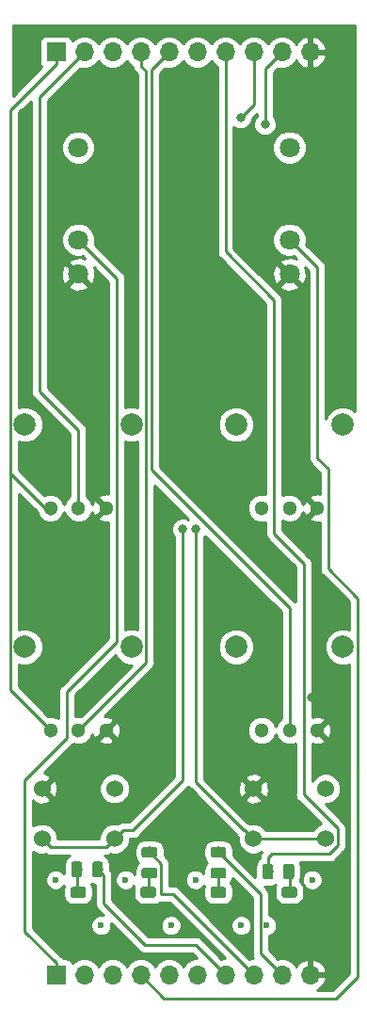
<source format=gbr>
G04 #@! TF.GenerationSoftware,KiCad,Pcbnew,5.0.2+dfsg1-1~bpo9+1*
G04 #@! TF.CreationDate,2019-05-23T15:11:14-07:00*
G04 #@! TF.ProjectId,HW,48572e6b-6963-4616-945f-706362585858,rev?*
G04 #@! TF.SameCoordinates,Original*
G04 #@! TF.FileFunction,Copper,L1,Top*
G04 #@! TF.FilePolarity,Positive*
%FSLAX46Y46*%
G04 Gerber Fmt 4.6, Leading zero omitted, Abs format (unit mm)*
G04 Created by KiCad (PCBNEW 5.0.2+dfsg1-1~bpo9+1) date Thu 23 May 2019 03:11:14 PM PDT*
%MOMM*%
%LPD*%
G01*
G04 APERTURE LIST*
G04 #@! TA.AperFunction,ComponentPad*
%ADD10C,0.600000*%
G04 #@! TD*
G04 #@! TA.AperFunction,ComponentPad*
%ADD11C,1.524000*%
G04 #@! TD*
G04 #@! TA.AperFunction,Conductor*
%ADD12C,0.100000*%
G04 #@! TD*
G04 #@! TA.AperFunction,SMDPad,CuDef*
%ADD13C,0.975000*%
G04 #@! TD*
G04 #@! TA.AperFunction,ComponentPad*
%ADD14O,1.700000X1.700000*%
G04 #@! TD*
G04 #@! TA.AperFunction,ComponentPad*
%ADD15R,1.700000X1.700000*%
G04 #@! TD*
G04 #@! TA.AperFunction,ComponentPad*
%ADD16C,2.000000*%
G04 #@! TD*
G04 #@! TA.AperFunction,ComponentPad*
%ADD17C,1.300000*%
G04 #@! TD*
G04 #@! TA.AperFunction,ComponentPad*
%ADD18C,1.800000*%
G04 #@! TD*
G04 #@! TA.AperFunction,ViaPad*
%ADD19C,0.800000*%
G04 #@! TD*
G04 #@! TA.AperFunction,Conductor*
%ADD20C,0.250000*%
G04 #@! TD*
G04 #@! TA.AperFunction,Conductor*
%ADD21C,0.254000*%
G04 #@! TD*
G04 APERTURE END LIST*
D10*
G04 #@! TO.P,LP4,*
G04 #@! TO.N,*
X121250000Y-137950000D03*
X125350000Y-142050000D03*
G04 #@! TD*
G04 #@! TO.P,LP3,*
G04 #@! TO.N,*
X133950000Y-142050000D03*
X138050000Y-137950000D03*
G04 #@! TD*
G04 #@! TO.P,LP2,*
G04 #@! TO.N,*
X114950000Y-137950000D03*
X119050000Y-142050000D03*
G04 #@! TD*
G04 #@! TO.P,LP1,*
G04 #@! TO.N,*
X127550000Y-137950000D03*
X131650000Y-142050000D03*
G04 #@! TD*
D11*
G04 #@! TO.P,SW1,4*
G04 #@! TO.N,N/C*
X120250000Y-129750000D03*
G04 #@! TO.P,SW1,3*
G04 #@! TO.N,GND*
X113750000Y-129750000D03*
G04 #@! TO.P,SW1,2*
G04 #@! TO.N,/D4*
X120250000Y-134250000D03*
G04 #@! TO.P,SW1,1*
X113750000Y-134250000D03*
G04 #@! TD*
G04 #@! TO.P,SW2,4*
G04 #@! TO.N,N/C*
X139250000Y-129750000D03*
G04 #@! TO.P,SW2,3*
G04 #@! TO.N,GND*
X132750000Y-129750000D03*
G04 #@! TO.P,SW2,2*
G04 #@! TO.N,/D5*
X139250000Y-134250000D03*
G04 #@! TO.P,SW2,1*
X132750000Y-134250000D03*
G04 #@! TD*
D12*
G04 #@! TO.N,Net-(D1-Pad2)*
G04 #@! TO.C,D1*
G36*
X117480142Y-138576174D02*
X117503803Y-138579684D01*
X117527007Y-138585496D01*
X117549529Y-138593554D01*
X117571153Y-138603782D01*
X117591670Y-138616079D01*
X117610883Y-138630329D01*
X117628607Y-138646393D01*
X117644671Y-138664117D01*
X117658921Y-138683330D01*
X117671218Y-138703847D01*
X117681446Y-138725471D01*
X117689504Y-138747993D01*
X117695316Y-138771197D01*
X117698826Y-138794858D01*
X117700000Y-138818750D01*
X117700000Y-139306250D01*
X117698826Y-139330142D01*
X117695316Y-139353803D01*
X117689504Y-139377007D01*
X117681446Y-139399529D01*
X117671218Y-139421153D01*
X117658921Y-139441670D01*
X117644671Y-139460883D01*
X117628607Y-139478607D01*
X117610883Y-139494671D01*
X117591670Y-139508921D01*
X117571153Y-139521218D01*
X117549529Y-139531446D01*
X117527007Y-139539504D01*
X117503803Y-139545316D01*
X117480142Y-139548826D01*
X117456250Y-139550000D01*
X116543750Y-139550000D01*
X116519858Y-139548826D01*
X116496197Y-139545316D01*
X116472993Y-139539504D01*
X116450471Y-139531446D01*
X116428847Y-139521218D01*
X116408330Y-139508921D01*
X116389117Y-139494671D01*
X116371393Y-139478607D01*
X116355329Y-139460883D01*
X116341079Y-139441670D01*
X116328782Y-139421153D01*
X116318554Y-139399529D01*
X116310496Y-139377007D01*
X116304684Y-139353803D01*
X116301174Y-139330142D01*
X116300000Y-139306250D01*
X116300000Y-138818750D01*
X116301174Y-138794858D01*
X116304684Y-138771197D01*
X116310496Y-138747993D01*
X116318554Y-138725471D01*
X116328782Y-138703847D01*
X116341079Y-138683330D01*
X116355329Y-138664117D01*
X116371393Y-138646393D01*
X116389117Y-138630329D01*
X116408330Y-138616079D01*
X116428847Y-138603782D01*
X116450471Y-138593554D01*
X116472993Y-138585496D01*
X116496197Y-138579684D01*
X116519858Y-138576174D01*
X116543750Y-138575000D01*
X117456250Y-138575000D01*
X117480142Y-138576174D01*
X117480142Y-138576174D01*
G37*
D13*
G04 #@! TD*
G04 #@! TO.P,D1,2*
G04 #@! TO.N,Net-(D1-Pad2)*
X117000000Y-139062500D03*
D12*
G04 #@! TO.N,GND*
G04 #@! TO.C,D1*
G36*
X117480142Y-140451174D02*
X117503803Y-140454684D01*
X117527007Y-140460496D01*
X117549529Y-140468554D01*
X117571153Y-140478782D01*
X117591670Y-140491079D01*
X117610883Y-140505329D01*
X117628607Y-140521393D01*
X117644671Y-140539117D01*
X117658921Y-140558330D01*
X117671218Y-140578847D01*
X117681446Y-140600471D01*
X117689504Y-140622993D01*
X117695316Y-140646197D01*
X117698826Y-140669858D01*
X117700000Y-140693750D01*
X117700000Y-141181250D01*
X117698826Y-141205142D01*
X117695316Y-141228803D01*
X117689504Y-141252007D01*
X117681446Y-141274529D01*
X117671218Y-141296153D01*
X117658921Y-141316670D01*
X117644671Y-141335883D01*
X117628607Y-141353607D01*
X117610883Y-141369671D01*
X117591670Y-141383921D01*
X117571153Y-141396218D01*
X117549529Y-141406446D01*
X117527007Y-141414504D01*
X117503803Y-141420316D01*
X117480142Y-141423826D01*
X117456250Y-141425000D01*
X116543750Y-141425000D01*
X116519858Y-141423826D01*
X116496197Y-141420316D01*
X116472993Y-141414504D01*
X116450471Y-141406446D01*
X116428847Y-141396218D01*
X116408330Y-141383921D01*
X116389117Y-141369671D01*
X116371393Y-141353607D01*
X116355329Y-141335883D01*
X116341079Y-141316670D01*
X116328782Y-141296153D01*
X116318554Y-141274529D01*
X116310496Y-141252007D01*
X116304684Y-141228803D01*
X116301174Y-141205142D01*
X116300000Y-141181250D01*
X116300000Y-140693750D01*
X116301174Y-140669858D01*
X116304684Y-140646197D01*
X116310496Y-140622993D01*
X116318554Y-140600471D01*
X116328782Y-140578847D01*
X116341079Y-140558330D01*
X116355329Y-140539117D01*
X116371393Y-140521393D01*
X116389117Y-140505329D01*
X116408330Y-140491079D01*
X116428847Y-140478782D01*
X116450471Y-140468554D01*
X116472993Y-140460496D01*
X116496197Y-140454684D01*
X116519858Y-140451174D01*
X116543750Y-140450000D01*
X117456250Y-140450000D01*
X117480142Y-140451174D01*
X117480142Y-140451174D01*
G37*
D13*
G04 #@! TD*
G04 #@! TO.P,D1,1*
G04 #@! TO.N,GND*
X117000000Y-140937500D03*
D12*
G04 #@! TO.N,Net-(D3-Pad2)*
G04 #@! TO.C,D3*
G36*
X130080142Y-138576174D02*
X130103803Y-138579684D01*
X130127007Y-138585496D01*
X130149529Y-138593554D01*
X130171153Y-138603782D01*
X130191670Y-138616079D01*
X130210883Y-138630329D01*
X130228607Y-138646393D01*
X130244671Y-138664117D01*
X130258921Y-138683330D01*
X130271218Y-138703847D01*
X130281446Y-138725471D01*
X130289504Y-138747993D01*
X130295316Y-138771197D01*
X130298826Y-138794858D01*
X130300000Y-138818750D01*
X130300000Y-139306250D01*
X130298826Y-139330142D01*
X130295316Y-139353803D01*
X130289504Y-139377007D01*
X130281446Y-139399529D01*
X130271218Y-139421153D01*
X130258921Y-139441670D01*
X130244671Y-139460883D01*
X130228607Y-139478607D01*
X130210883Y-139494671D01*
X130191670Y-139508921D01*
X130171153Y-139521218D01*
X130149529Y-139531446D01*
X130127007Y-139539504D01*
X130103803Y-139545316D01*
X130080142Y-139548826D01*
X130056250Y-139550000D01*
X129143750Y-139550000D01*
X129119858Y-139548826D01*
X129096197Y-139545316D01*
X129072993Y-139539504D01*
X129050471Y-139531446D01*
X129028847Y-139521218D01*
X129008330Y-139508921D01*
X128989117Y-139494671D01*
X128971393Y-139478607D01*
X128955329Y-139460883D01*
X128941079Y-139441670D01*
X128928782Y-139421153D01*
X128918554Y-139399529D01*
X128910496Y-139377007D01*
X128904684Y-139353803D01*
X128901174Y-139330142D01*
X128900000Y-139306250D01*
X128900000Y-138818750D01*
X128901174Y-138794858D01*
X128904684Y-138771197D01*
X128910496Y-138747993D01*
X128918554Y-138725471D01*
X128928782Y-138703847D01*
X128941079Y-138683330D01*
X128955329Y-138664117D01*
X128971393Y-138646393D01*
X128989117Y-138630329D01*
X129008330Y-138616079D01*
X129028847Y-138603782D01*
X129050471Y-138593554D01*
X129072993Y-138585496D01*
X129096197Y-138579684D01*
X129119858Y-138576174D01*
X129143750Y-138575000D01*
X130056250Y-138575000D01*
X130080142Y-138576174D01*
X130080142Y-138576174D01*
G37*
D13*
G04 #@! TD*
G04 #@! TO.P,D3,2*
G04 #@! TO.N,Net-(D3-Pad2)*
X129600000Y-139062500D03*
D12*
G04 #@! TO.N,GND*
G04 #@! TO.C,D3*
G36*
X130080142Y-140451174D02*
X130103803Y-140454684D01*
X130127007Y-140460496D01*
X130149529Y-140468554D01*
X130171153Y-140478782D01*
X130191670Y-140491079D01*
X130210883Y-140505329D01*
X130228607Y-140521393D01*
X130244671Y-140539117D01*
X130258921Y-140558330D01*
X130271218Y-140578847D01*
X130281446Y-140600471D01*
X130289504Y-140622993D01*
X130295316Y-140646197D01*
X130298826Y-140669858D01*
X130300000Y-140693750D01*
X130300000Y-141181250D01*
X130298826Y-141205142D01*
X130295316Y-141228803D01*
X130289504Y-141252007D01*
X130281446Y-141274529D01*
X130271218Y-141296153D01*
X130258921Y-141316670D01*
X130244671Y-141335883D01*
X130228607Y-141353607D01*
X130210883Y-141369671D01*
X130191670Y-141383921D01*
X130171153Y-141396218D01*
X130149529Y-141406446D01*
X130127007Y-141414504D01*
X130103803Y-141420316D01*
X130080142Y-141423826D01*
X130056250Y-141425000D01*
X129143750Y-141425000D01*
X129119858Y-141423826D01*
X129096197Y-141420316D01*
X129072993Y-141414504D01*
X129050471Y-141406446D01*
X129028847Y-141396218D01*
X129008330Y-141383921D01*
X128989117Y-141369671D01*
X128971393Y-141353607D01*
X128955329Y-141335883D01*
X128941079Y-141316670D01*
X128928782Y-141296153D01*
X128918554Y-141274529D01*
X128910496Y-141252007D01*
X128904684Y-141228803D01*
X128901174Y-141205142D01*
X128900000Y-141181250D01*
X128900000Y-140693750D01*
X128901174Y-140669858D01*
X128904684Y-140646197D01*
X128910496Y-140622993D01*
X128918554Y-140600471D01*
X128928782Y-140578847D01*
X128941079Y-140558330D01*
X128955329Y-140539117D01*
X128971393Y-140521393D01*
X128989117Y-140505329D01*
X129008330Y-140491079D01*
X129028847Y-140478782D01*
X129050471Y-140468554D01*
X129072993Y-140460496D01*
X129096197Y-140454684D01*
X129119858Y-140451174D01*
X129143750Y-140450000D01*
X130056250Y-140450000D01*
X130080142Y-140451174D01*
X130080142Y-140451174D01*
G37*
D13*
G04 #@! TD*
G04 #@! TO.P,D3,1*
G04 #@! TO.N,GND*
X129600000Y-140937500D03*
D12*
G04 #@! TO.N,Net-(D4-Pad2)*
G04 #@! TO.C,D4*
G36*
X136480142Y-138576174D02*
X136503803Y-138579684D01*
X136527007Y-138585496D01*
X136549529Y-138593554D01*
X136571153Y-138603782D01*
X136591670Y-138616079D01*
X136610883Y-138630329D01*
X136628607Y-138646393D01*
X136644671Y-138664117D01*
X136658921Y-138683330D01*
X136671218Y-138703847D01*
X136681446Y-138725471D01*
X136689504Y-138747993D01*
X136695316Y-138771197D01*
X136698826Y-138794858D01*
X136700000Y-138818750D01*
X136700000Y-139306250D01*
X136698826Y-139330142D01*
X136695316Y-139353803D01*
X136689504Y-139377007D01*
X136681446Y-139399529D01*
X136671218Y-139421153D01*
X136658921Y-139441670D01*
X136644671Y-139460883D01*
X136628607Y-139478607D01*
X136610883Y-139494671D01*
X136591670Y-139508921D01*
X136571153Y-139521218D01*
X136549529Y-139531446D01*
X136527007Y-139539504D01*
X136503803Y-139545316D01*
X136480142Y-139548826D01*
X136456250Y-139550000D01*
X135543750Y-139550000D01*
X135519858Y-139548826D01*
X135496197Y-139545316D01*
X135472993Y-139539504D01*
X135450471Y-139531446D01*
X135428847Y-139521218D01*
X135408330Y-139508921D01*
X135389117Y-139494671D01*
X135371393Y-139478607D01*
X135355329Y-139460883D01*
X135341079Y-139441670D01*
X135328782Y-139421153D01*
X135318554Y-139399529D01*
X135310496Y-139377007D01*
X135304684Y-139353803D01*
X135301174Y-139330142D01*
X135300000Y-139306250D01*
X135300000Y-138818750D01*
X135301174Y-138794858D01*
X135304684Y-138771197D01*
X135310496Y-138747993D01*
X135318554Y-138725471D01*
X135328782Y-138703847D01*
X135341079Y-138683330D01*
X135355329Y-138664117D01*
X135371393Y-138646393D01*
X135389117Y-138630329D01*
X135408330Y-138616079D01*
X135428847Y-138603782D01*
X135450471Y-138593554D01*
X135472993Y-138585496D01*
X135496197Y-138579684D01*
X135519858Y-138576174D01*
X135543750Y-138575000D01*
X136456250Y-138575000D01*
X136480142Y-138576174D01*
X136480142Y-138576174D01*
G37*
D13*
G04 #@! TD*
G04 #@! TO.P,D4,2*
G04 #@! TO.N,Net-(D4-Pad2)*
X136000000Y-139062500D03*
D12*
G04 #@! TO.N,GND*
G04 #@! TO.C,D4*
G36*
X136480142Y-140451174D02*
X136503803Y-140454684D01*
X136527007Y-140460496D01*
X136549529Y-140468554D01*
X136571153Y-140478782D01*
X136591670Y-140491079D01*
X136610883Y-140505329D01*
X136628607Y-140521393D01*
X136644671Y-140539117D01*
X136658921Y-140558330D01*
X136671218Y-140578847D01*
X136681446Y-140600471D01*
X136689504Y-140622993D01*
X136695316Y-140646197D01*
X136698826Y-140669858D01*
X136700000Y-140693750D01*
X136700000Y-141181250D01*
X136698826Y-141205142D01*
X136695316Y-141228803D01*
X136689504Y-141252007D01*
X136681446Y-141274529D01*
X136671218Y-141296153D01*
X136658921Y-141316670D01*
X136644671Y-141335883D01*
X136628607Y-141353607D01*
X136610883Y-141369671D01*
X136591670Y-141383921D01*
X136571153Y-141396218D01*
X136549529Y-141406446D01*
X136527007Y-141414504D01*
X136503803Y-141420316D01*
X136480142Y-141423826D01*
X136456250Y-141425000D01*
X135543750Y-141425000D01*
X135519858Y-141423826D01*
X135496197Y-141420316D01*
X135472993Y-141414504D01*
X135450471Y-141406446D01*
X135428847Y-141396218D01*
X135408330Y-141383921D01*
X135389117Y-141369671D01*
X135371393Y-141353607D01*
X135355329Y-141335883D01*
X135341079Y-141316670D01*
X135328782Y-141296153D01*
X135318554Y-141274529D01*
X135310496Y-141252007D01*
X135304684Y-141228803D01*
X135301174Y-141205142D01*
X135300000Y-141181250D01*
X135300000Y-140693750D01*
X135301174Y-140669858D01*
X135304684Y-140646197D01*
X135310496Y-140622993D01*
X135318554Y-140600471D01*
X135328782Y-140578847D01*
X135341079Y-140558330D01*
X135355329Y-140539117D01*
X135371393Y-140521393D01*
X135389117Y-140505329D01*
X135408330Y-140491079D01*
X135428847Y-140478782D01*
X135450471Y-140468554D01*
X135472993Y-140460496D01*
X135496197Y-140454684D01*
X135519858Y-140451174D01*
X135543750Y-140450000D01*
X136456250Y-140450000D01*
X136480142Y-140451174D01*
X136480142Y-140451174D01*
G37*
D13*
G04 #@! TD*
G04 #@! TO.P,D4,1*
G04 #@! TO.N,GND*
X136000000Y-140937500D03*
D12*
G04 #@! TO.N,Net-(D2-Pad2)*
G04 #@! TO.C,D2*
G36*
X123780142Y-138576174D02*
X123803803Y-138579684D01*
X123827007Y-138585496D01*
X123849529Y-138593554D01*
X123871153Y-138603782D01*
X123891670Y-138616079D01*
X123910883Y-138630329D01*
X123928607Y-138646393D01*
X123944671Y-138664117D01*
X123958921Y-138683330D01*
X123971218Y-138703847D01*
X123981446Y-138725471D01*
X123989504Y-138747993D01*
X123995316Y-138771197D01*
X123998826Y-138794858D01*
X124000000Y-138818750D01*
X124000000Y-139306250D01*
X123998826Y-139330142D01*
X123995316Y-139353803D01*
X123989504Y-139377007D01*
X123981446Y-139399529D01*
X123971218Y-139421153D01*
X123958921Y-139441670D01*
X123944671Y-139460883D01*
X123928607Y-139478607D01*
X123910883Y-139494671D01*
X123891670Y-139508921D01*
X123871153Y-139521218D01*
X123849529Y-139531446D01*
X123827007Y-139539504D01*
X123803803Y-139545316D01*
X123780142Y-139548826D01*
X123756250Y-139550000D01*
X122843750Y-139550000D01*
X122819858Y-139548826D01*
X122796197Y-139545316D01*
X122772993Y-139539504D01*
X122750471Y-139531446D01*
X122728847Y-139521218D01*
X122708330Y-139508921D01*
X122689117Y-139494671D01*
X122671393Y-139478607D01*
X122655329Y-139460883D01*
X122641079Y-139441670D01*
X122628782Y-139421153D01*
X122618554Y-139399529D01*
X122610496Y-139377007D01*
X122604684Y-139353803D01*
X122601174Y-139330142D01*
X122600000Y-139306250D01*
X122600000Y-138818750D01*
X122601174Y-138794858D01*
X122604684Y-138771197D01*
X122610496Y-138747993D01*
X122618554Y-138725471D01*
X122628782Y-138703847D01*
X122641079Y-138683330D01*
X122655329Y-138664117D01*
X122671393Y-138646393D01*
X122689117Y-138630329D01*
X122708330Y-138616079D01*
X122728847Y-138603782D01*
X122750471Y-138593554D01*
X122772993Y-138585496D01*
X122796197Y-138579684D01*
X122819858Y-138576174D01*
X122843750Y-138575000D01*
X123756250Y-138575000D01*
X123780142Y-138576174D01*
X123780142Y-138576174D01*
G37*
D13*
G04 #@! TD*
G04 #@! TO.P,D2,2*
G04 #@! TO.N,Net-(D2-Pad2)*
X123300000Y-139062500D03*
D12*
G04 #@! TO.N,GND*
G04 #@! TO.C,D2*
G36*
X123780142Y-140451174D02*
X123803803Y-140454684D01*
X123827007Y-140460496D01*
X123849529Y-140468554D01*
X123871153Y-140478782D01*
X123891670Y-140491079D01*
X123910883Y-140505329D01*
X123928607Y-140521393D01*
X123944671Y-140539117D01*
X123958921Y-140558330D01*
X123971218Y-140578847D01*
X123981446Y-140600471D01*
X123989504Y-140622993D01*
X123995316Y-140646197D01*
X123998826Y-140669858D01*
X124000000Y-140693750D01*
X124000000Y-141181250D01*
X123998826Y-141205142D01*
X123995316Y-141228803D01*
X123989504Y-141252007D01*
X123981446Y-141274529D01*
X123971218Y-141296153D01*
X123958921Y-141316670D01*
X123944671Y-141335883D01*
X123928607Y-141353607D01*
X123910883Y-141369671D01*
X123891670Y-141383921D01*
X123871153Y-141396218D01*
X123849529Y-141406446D01*
X123827007Y-141414504D01*
X123803803Y-141420316D01*
X123780142Y-141423826D01*
X123756250Y-141425000D01*
X122843750Y-141425000D01*
X122819858Y-141423826D01*
X122796197Y-141420316D01*
X122772993Y-141414504D01*
X122750471Y-141406446D01*
X122728847Y-141396218D01*
X122708330Y-141383921D01*
X122689117Y-141369671D01*
X122671393Y-141353607D01*
X122655329Y-141335883D01*
X122641079Y-141316670D01*
X122628782Y-141296153D01*
X122618554Y-141274529D01*
X122610496Y-141252007D01*
X122604684Y-141228803D01*
X122601174Y-141205142D01*
X122600000Y-141181250D01*
X122600000Y-140693750D01*
X122601174Y-140669858D01*
X122604684Y-140646197D01*
X122610496Y-140622993D01*
X122618554Y-140600471D01*
X122628782Y-140578847D01*
X122641079Y-140558330D01*
X122655329Y-140539117D01*
X122671393Y-140521393D01*
X122689117Y-140505329D01*
X122708330Y-140491079D01*
X122728847Y-140478782D01*
X122750471Y-140468554D01*
X122772993Y-140460496D01*
X122796197Y-140454684D01*
X122819858Y-140451174D01*
X122843750Y-140450000D01*
X123756250Y-140450000D01*
X123780142Y-140451174D01*
X123780142Y-140451174D01*
G37*
D13*
G04 #@! TD*
G04 #@! TO.P,D2,1*
G04 #@! TO.N,GND*
X123300000Y-140937500D03*
D12*
G04 #@! TO.N,Net-(D4-Pad2)*
G04 #@! TO.C,R4*
G36*
X136205142Y-136501174D02*
X136228803Y-136504684D01*
X136252007Y-136510496D01*
X136274529Y-136518554D01*
X136296153Y-136528782D01*
X136316670Y-136541079D01*
X136335883Y-136555329D01*
X136353607Y-136571393D01*
X136369671Y-136589117D01*
X136383921Y-136608330D01*
X136396218Y-136628847D01*
X136406446Y-136650471D01*
X136414504Y-136672993D01*
X136420316Y-136696197D01*
X136423826Y-136719858D01*
X136425000Y-136743750D01*
X136425000Y-137656250D01*
X136423826Y-137680142D01*
X136420316Y-137703803D01*
X136414504Y-137727007D01*
X136406446Y-137749529D01*
X136396218Y-137771153D01*
X136383921Y-137791670D01*
X136369671Y-137810883D01*
X136353607Y-137828607D01*
X136335883Y-137844671D01*
X136316670Y-137858921D01*
X136296153Y-137871218D01*
X136274529Y-137881446D01*
X136252007Y-137889504D01*
X136228803Y-137895316D01*
X136205142Y-137898826D01*
X136181250Y-137900000D01*
X135693750Y-137900000D01*
X135669858Y-137898826D01*
X135646197Y-137895316D01*
X135622993Y-137889504D01*
X135600471Y-137881446D01*
X135578847Y-137871218D01*
X135558330Y-137858921D01*
X135539117Y-137844671D01*
X135521393Y-137828607D01*
X135505329Y-137810883D01*
X135491079Y-137791670D01*
X135478782Y-137771153D01*
X135468554Y-137749529D01*
X135460496Y-137727007D01*
X135454684Y-137703803D01*
X135451174Y-137680142D01*
X135450000Y-137656250D01*
X135450000Y-136743750D01*
X135451174Y-136719858D01*
X135454684Y-136696197D01*
X135460496Y-136672993D01*
X135468554Y-136650471D01*
X135478782Y-136628847D01*
X135491079Y-136608330D01*
X135505329Y-136589117D01*
X135521393Y-136571393D01*
X135539117Y-136555329D01*
X135558330Y-136541079D01*
X135578847Y-136528782D01*
X135600471Y-136518554D01*
X135622993Y-136510496D01*
X135646197Y-136504684D01*
X135669858Y-136501174D01*
X135693750Y-136500000D01*
X136181250Y-136500000D01*
X136205142Y-136501174D01*
X136205142Y-136501174D01*
G37*
D13*
G04 #@! TD*
G04 #@! TO.P,R4,2*
G04 #@! TO.N,Net-(D4-Pad2)*
X135937500Y-137200000D03*
D12*
G04 #@! TO.N,/D3*
G04 #@! TO.C,R4*
G36*
X134330142Y-136501174D02*
X134353803Y-136504684D01*
X134377007Y-136510496D01*
X134399529Y-136518554D01*
X134421153Y-136528782D01*
X134441670Y-136541079D01*
X134460883Y-136555329D01*
X134478607Y-136571393D01*
X134494671Y-136589117D01*
X134508921Y-136608330D01*
X134521218Y-136628847D01*
X134531446Y-136650471D01*
X134539504Y-136672993D01*
X134545316Y-136696197D01*
X134548826Y-136719858D01*
X134550000Y-136743750D01*
X134550000Y-137656250D01*
X134548826Y-137680142D01*
X134545316Y-137703803D01*
X134539504Y-137727007D01*
X134531446Y-137749529D01*
X134521218Y-137771153D01*
X134508921Y-137791670D01*
X134494671Y-137810883D01*
X134478607Y-137828607D01*
X134460883Y-137844671D01*
X134441670Y-137858921D01*
X134421153Y-137871218D01*
X134399529Y-137881446D01*
X134377007Y-137889504D01*
X134353803Y-137895316D01*
X134330142Y-137898826D01*
X134306250Y-137900000D01*
X133818750Y-137900000D01*
X133794858Y-137898826D01*
X133771197Y-137895316D01*
X133747993Y-137889504D01*
X133725471Y-137881446D01*
X133703847Y-137871218D01*
X133683330Y-137858921D01*
X133664117Y-137844671D01*
X133646393Y-137828607D01*
X133630329Y-137810883D01*
X133616079Y-137791670D01*
X133603782Y-137771153D01*
X133593554Y-137749529D01*
X133585496Y-137727007D01*
X133579684Y-137703803D01*
X133576174Y-137680142D01*
X133575000Y-137656250D01*
X133575000Y-136743750D01*
X133576174Y-136719858D01*
X133579684Y-136696197D01*
X133585496Y-136672993D01*
X133593554Y-136650471D01*
X133603782Y-136628847D01*
X133616079Y-136608330D01*
X133630329Y-136589117D01*
X133646393Y-136571393D01*
X133664117Y-136555329D01*
X133683330Y-136541079D01*
X133703847Y-136528782D01*
X133725471Y-136518554D01*
X133747993Y-136510496D01*
X133771197Y-136504684D01*
X133794858Y-136501174D01*
X133818750Y-136500000D01*
X134306250Y-136500000D01*
X134330142Y-136501174D01*
X134330142Y-136501174D01*
G37*
D13*
G04 #@! TD*
G04 #@! TO.P,R4,1*
G04 #@! TO.N,/D3*
X134062500Y-137200000D03*
D12*
G04 #@! TO.N,Net-(D1-Pad2)*
G04 #@! TO.C,R1*
G36*
X117130142Y-136301174D02*
X117153803Y-136304684D01*
X117177007Y-136310496D01*
X117199529Y-136318554D01*
X117221153Y-136328782D01*
X117241670Y-136341079D01*
X117260883Y-136355329D01*
X117278607Y-136371393D01*
X117294671Y-136389117D01*
X117308921Y-136408330D01*
X117321218Y-136428847D01*
X117331446Y-136450471D01*
X117339504Y-136472993D01*
X117345316Y-136496197D01*
X117348826Y-136519858D01*
X117350000Y-136543750D01*
X117350000Y-137456250D01*
X117348826Y-137480142D01*
X117345316Y-137503803D01*
X117339504Y-137527007D01*
X117331446Y-137549529D01*
X117321218Y-137571153D01*
X117308921Y-137591670D01*
X117294671Y-137610883D01*
X117278607Y-137628607D01*
X117260883Y-137644671D01*
X117241670Y-137658921D01*
X117221153Y-137671218D01*
X117199529Y-137681446D01*
X117177007Y-137689504D01*
X117153803Y-137695316D01*
X117130142Y-137698826D01*
X117106250Y-137700000D01*
X116618750Y-137700000D01*
X116594858Y-137698826D01*
X116571197Y-137695316D01*
X116547993Y-137689504D01*
X116525471Y-137681446D01*
X116503847Y-137671218D01*
X116483330Y-137658921D01*
X116464117Y-137644671D01*
X116446393Y-137628607D01*
X116430329Y-137610883D01*
X116416079Y-137591670D01*
X116403782Y-137571153D01*
X116393554Y-137549529D01*
X116385496Y-137527007D01*
X116379684Y-137503803D01*
X116376174Y-137480142D01*
X116375000Y-137456250D01*
X116375000Y-136543750D01*
X116376174Y-136519858D01*
X116379684Y-136496197D01*
X116385496Y-136472993D01*
X116393554Y-136450471D01*
X116403782Y-136428847D01*
X116416079Y-136408330D01*
X116430329Y-136389117D01*
X116446393Y-136371393D01*
X116464117Y-136355329D01*
X116483330Y-136341079D01*
X116503847Y-136328782D01*
X116525471Y-136318554D01*
X116547993Y-136310496D01*
X116571197Y-136304684D01*
X116594858Y-136301174D01*
X116618750Y-136300000D01*
X117106250Y-136300000D01*
X117130142Y-136301174D01*
X117130142Y-136301174D01*
G37*
D13*
G04 #@! TD*
G04 #@! TO.P,R1,2*
G04 #@! TO.N,Net-(D1-Pad2)*
X116862500Y-137000000D03*
D12*
G04 #@! TO.N,/D0*
G04 #@! TO.C,R1*
G36*
X119005142Y-136301174D02*
X119028803Y-136304684D01*
X119052007Y-136310496D01*
X119074529Y-136318554D01*
X119096153Y-136328782D01*
X119116670Y-136341079D01*
X119135883Y-136355329D01*
X119153607Y-136371393D01*
X119169671Y-136389117D01*
X119183921Y-136408330D01*
X119196218Y-136428847D01*
X119206446Y-136450471D01*
X119214504Y-136472993D01*
X119220316Y-136496197D01*
X119223826Y-136519858D01*
X119225000Y-136543750D01*
X119225000Y-137456250D01*
X119223826Y-137480142D01*
X119220316Y-137503803D01*
X119214504Y-137527007D01*
X119206446Y-137549529D01*
X119196218Y-137571153D01*
X119183921Y-137591670D01*
X119169671Y-137610883D01*
X119153607Y-137628607D01*
X119135883Y-137644671D01*
X119116670Y-137658921D01*
X119096153Y-137671218D01*
X119074529Y-137681446D01*
X119052007Y-137689504D01*
X119028803Y-137695316D01*
X119005142Y-137698826D01*
X118981250Y-137700000D01*
X118493750Y-137700000D01*
X118469858Y-137698826D01*
X118446197Y-137695316D01*
X118422993Y-137689504D01*
X118400471Y-137681446D01*
X118378847Y-137671218D01*
X118358330Y-137658921D01*
X118339117Y-137644671D01*
X118321393Y-137628607D01*
X118305329Y-137610883D01*
X118291079Y-137591670D01*
X118278782Y-137571153D01*
X118268554Y-137549529D01*
X118260496Y-137527007D01*
X118254684Y-137503803D01*
X118251174Y-137480142D01*
X118250000Y-137456250D01*
X118250000Y-136543750D01*
X118251174Y-136519858D01*
X118254684Y-136496197D01*
X118260496Y-136472993D01*
X118268554Y-136450471D01*
X118278782Y-136428847D01*
X118291079Y-136408330D01*
X118305329Y-136389117D01*
X118321393Y-136371393D01*
X118339117Y-136355329D01*
X118358330Y-136341079D01*
X118378847Y-136328782D01*
X118400471Y-136318554D01*
X118422993Y-136310496D01*
X118446197Y-136304684D01*
X118469858Y-136301174D01*
X118493750Y-136300000D01*
X118981250Y-136300000D01*
X119005142Y-136301174D01*
X119005142Y-136301174D01*
G37*
D13*
G04 #@! TD*
G04 #@! TO.P,R1,1*
G04 #@! TO.N,/D0*
X118737500Y-137000000D03*
D12*
G04 #@! TO.N,Net-(D2-Pad2)*
G04 #@! TO.C,R2*
G36*
X123880142Y-136851174D02*
X123903803Y-136854684D01*
X123927007Y-136860496D01*
X123949529Y-136868554D01*
X123971153Y-136878782D01*
X123991670Y-136891079D01*
X124010883Y-136905329D01*
X124028607Y-136921393D01*
X124044671Y-136939117D01*
X124058921Y-136958330D01*
X124071218Y-136978847D01*
X124081446Y-137000471D01*
X124089504Y-137022993D01*
X124095316Y-137046197D01*
X124098826Y-137069858D01*
X124100000Y-137093750D01*
X124100000Y-137581250D01*
X124098826Y-137605142D01*
X124095316Y-137628803D01*
X124089504Y-137652007D01*
X124081446Y-137674529D01*
X124071218Y-137696153D01*
X124058921Y-137716670D01*
X124044671Y-137735883D01*
X124028607Y-137753607D01*
X124010883Y-137769671D01*
X123991670Y-137783921D01*
X123971153Y-137796218D01*
X123949529Y-137806446D01*
X123927007Y-137814504D01*
X123903803Y-137820316D01*
X123880142Y-137823826D01*
X123856250Y-137825000D01*
X122943750Y-137825000D01*
X122919858Y-137823826D01*
X122896197Y-137820316D01*
X122872993Y-137814504D01*
X122850471Y-137806446D01*
X122828847Y-137796218D01*
X122808330Y-137783921D01*
X122789117Y-137769671D01*
X122771393Y-137753607D01*
X122755329Y-137735883D01*
X122741079Y-137716670D01*
X122728782Y-137696153D01*
X122718554Y-137674529D01*
X122710496Y-137652007D01*
X122704684Y-137628803D01*
X122701174Y-137605142D01*
X122700000Y-137581250D01*
X122700000Y-137093750D01*
X122701174Y-137069858D01*
X122704684Y-137046197D01*
X122710496Y-137022993D01*
X122718554Y-137000471D01*
X122728782Y-136978847D01*
X122741079Y-136958330D01*
X122755329Y-136939117D01*
X122771393Y-136921393D01*
X122789117Y-136905329D01*
X122808330Y-136891079D01*
X122828847Y-136878782D01*
X122850471Y-136868554D01*
X122872993Y-136860496D01*
X122896197Y-136854684D01*
X122919858Y-136851174D01*
X122943750Y-136850000D01*
X123856250Y-136850000D01*
X123880142Y-136851174D01*
X123880142Y-136851174D01*
G37*
D13*
G04 #@! TD*
G04 #@! TO.P,R2,2*
G04 #@! TO.N,Net-(D2-Pad2)*
X123400000Y-137337500D03*
D12*
G04 #@! TO.N,/D1*
G04 #@! TO.C,R2*
G36*
X123880142Y-134976174D02*
X123903803Y-134979684D01*
X123927007Y-134985496D01*
X123949529Y-134993554D01*
X123971153Y-135003782D01*
X123991670Y-135016079D01*
X124010883Y-135030329D01*
X124028607Y-135046393D01*
X124044671Y-135064117D01*
X124058921Y-135083330D01*
X124071218Y-135103847D01*
X124081446Y-135125471D01*
X124089504Y-135147993D01*
X124095316Y-135171197D01*
X124098826Y-135194858D01*
X124100000Y-135218750D01*
X124100000Y-135706250D01*
X124098826Y-135730142D01*
X124095316Y-135753803D01*
X124089504Y-135777007D01*
X124081446Y-135799529D01*
X124071218Y-135821153D01*
X124058921Y-135841670D01*
X124044671Y-135860883D01*
X124028607Y-135878607D01*
X124010883Y-135894671D01*
X123991670Y-135908921D01*
X123971153Y-135921218D01*
X123949529Y-135931446D01*
X123927007Y-135939504D01*
X123903803Y-135945316D01*
X123880142Y-135948826D01*
X123856250Y-135950000D01*
X122943750Y-135950000D01*
X122919858Y-135948826D01*
X122896197Y-135945316D01*
X122872993Y-135939504D01*
X122850471Y-135931446D01*
X122828847Y-135921218D01*
X122808330Y-135908921D01*
X122789117Y-135894671D01*
X122771393Y-135878607D01*
X122755329Y-135860883D01*
X122741079Y-135841670D01*
X122728782Y-135821153D01*
X122718554Y-135799529D01*
X122710496Y-135777007D01*
X122704684Y-135753803D01*
X122701174Y-135730142D01*
X122700000Y-135706250D01*
X122700000Y-135218750D01*
X122701174Y-135194858D01*
X122704684Y-135171197D01*
X122710496Y-135147993D01*
X122718554Y-135125471D01*
X122728782Y-135103847D01*
X122741079Y-135083330D01*
X122755329Y-135064117D01*
X122771393Y-135046393D01*
X122789117Y-135030329D01*
X122808330Y-135016079D01*
X122828847Y-135003782D01*
X122850471Y-134993554D01*
X122872993Y-134985496D01*
X122896197Y-134979684D01*
X122919858Y-134976174D01*
X122943750Y-134975000D01*
X123856250Y-134975000D01*
X123880142Y-134976174D01*
X123880142Y-134976174D01*
G37*
D13*
G04 #@! TD*
G04 #@! TO.P,R2,1*
G04 #@! TO.N,/D1*
X123400000Y-135462500D03*
D12*
G04 #@! TO.N,Net-(D3-Pad2)*
G04 #@! TO.C,R3*
G36*
X130080142Y-136851174D02*
X130103803Y-136854684D01*
X130127007Y-136860496D01*
X130149529Y-136868554D01*
X130171153Y-136878782D01*
X130191670Y-136891079D01*
X130210883Y-136905329D01*
X130228607Y-136921393D01*
X130244671Y-136939117D01*
X130258921Y-136958330D01*
X130271218Y-136978847D01*
X130281446Y-137000471D01*
X130289504Y-137022993D01*
X130295316Y-137046197D01*
X130298826Y-137069858D01*
X130300000Y-137093750D01*
X130300000Y-137581250D01*
X130298826Y-137605142D01*
X130295316Y-137628803D01*
X130289504Y-137652007D01*
X130281446Y-137674529D01*
X130271218Y-137696153D01*
X130258921Y-137716670D01*
X130244671Y-137735883D01*
X130228607Y-137753607D01*
X130210883Y-137769671D01*
X130191670Y-137783921D01*
X130171153Y-137796218D01*
X130149529Y-137806446D01*
X130127007Y-137814504D01*
X130103803Y-137820316D01*
X130080142Y-137823826D01*
X130056250Y-137825000D01*
X129143750Y-137825000D01*
X129119858Y-137823826D01*
X129096197Y-137820316D01*
X129072993Y-137814504D01*
X129050471Y-137806446D01*
X129028847Y-137796218D01*
X129008330Y-137783921D01*
X128989117Y-137769671D01*
X128971393Y-137753607D01*
X128955329Y-137735883D01*
X128941079Y-137716670D01*
X128928782Y-137696153D01*
X128918554Y-137674529D01*
X128910496Y-137652007D01*
X128904684Y-137628803D01*
X128901174Y-137605142D01*
X128900000Y-137581250D01*
X128900000Y-137093750D01*
X128901174Y-137069858D01*
X128904684Y-137046197D01*
X128910496Y-137022993D01*
X128918554Y-137000471D01*
X128928782Y-136978847D01*
X128941079Y-136958330D01*
X128955329Y-136939117D01*
X128971393Y-136921393D01*
X128989117Y-136905329D01*
X129008330Y-136891079D01*
X129028847Y-136878782D01*
X129050471Y-136868554D01*
X129072993Y-136860496D01*
X129096197Y-136854684D01*
X129119858Y-136851174D01*
X129143750Y-136850000D01*
X130056250Y-136850000D01*
X130080142Y-136851174D01*
X130080142Y-136851174D01*
G37*
D13*
G04 #@! TD*
G04 #@! TO.P,R3,2*
G04 #@! TO.N,Net-(D3-Pad2)*
X129600000Y-137337500D03*
D12*
G04 #@! TO.N,/D2*
G04 #@! TO.C,R3*
G36*
X130080142Y-134976174D02*
X130103803Y-134979684D01*
X130127007Y-134985496D01*
X130149529Y-134993554D01*
X130171153Y-135003782D01*
X130191670Y-135016079D01*
X130210883Y-135030329D01*
X130228607Y-135046393D01*
X130244671Y-135064117D01*
X130258921Y-135083330D01*
X130271218Y-135103847D01*
X130281446Y-135125471D01*
X130289504Y-135147993D01*
X130295316Y-135171197D01*
X130298826Y-135194858D01*
X130300000Y-135218750D01*
X130300000Y-135706250D01*
X130298826Y-135730142D01*
X130295316Y-135753803D01*
X130289504Y-135777007D01*
X130281446Y-135799529D01*
X130271218Y-135821153D01*
X130258921Y-135841670D01*
X130244671Y-135860883D01*
X130228607Y-135878607D01*
X130210883Y-135894671D01*
X130191670Y-135908921D01*
X130171153Y-135921218D01*
X130149529Y-135931446D01*
X130127007Y-135939504D01*
X130103803Y-135945316D01*
X130080142Y-135948826D01*
X130056250Y-135950000D01*
X129143750Y-135950000D01*
X129119858Y-135948826D01*
X129096197Y-135945316D01*
X129072993Y-135939504D01*
X129050471Y-135931446D01*
X129028847Y-135921218D01*
X129008330Y-135908921D01*
X128989117Y-135894671D01*
X128971393Y-135878607D01*
X128955329Y-135860883D01*
X128941079Y-135841670D01*
X128928782Y-135821153D01*
X128918554Y-135799529D01*
X128910496Y-135777007D01*
X128904684Y-135753803D01*
X128901174Y-135730142D01*
X128900000Y-135706250D01*
X128900000Y-135218750D01*
X128901174Y-135194858D01*
X128904684Y-135171197D01*
X128910496Y-135147993D01*
X128918554Y-135125471D01*
X128928782Y-135103847D01*
X128941079Y-135083330D01*
X128955329Y-135064117D01*
X128971393Y-135046393D01*
X128989117Y-135030329D01*
X129008330Y-135016079D01*
X129028847Y-135003782D01*
X129050471Y-134993554D01*
X129072993Y-134985496D01*
X129096197Y-134979684D01*
X129119858Y-134976174D01*
X129143750Y-134975000D01*
X130056250Y-134975000D01*
X130080142Y-134976174D01*
X130080142Y-134976174D01*
G37*
D13*
G04 #@! TD*
G04 #@! TO.P,R3,1*
G04 #@! TO.N,/D2*
X129600000Y-135462500D03*
D14*
G04 #@! TO.P,J4,10*
G04 #@! TO.N,GND*
X137860000Y-63500000D03*
G04 #@! TO.P,J4,9*
G04 #@! TO.N,/D5*
X135320000Y-63500000D03*
G04 #@! TO.P,J4,8*
G04 #@! TO.N,/D4*
X132780000Y-63500000D03*
G04 #@! TO.P,J4,7*
G04 #@! TO.N,/D3*
X130240000Y-63500000D03*
G04 #@! TO.P,J4,6*
G04 #@! TO.N,Net-(J4-Pad6)*
X127700000Y-63500000D03*
G04 #@! TO.P,J4,5*
G04 #@! TO.N,/POT3*
X125160000Y-63500000D03*
G04 #@! TO.P,J4,4*
G04 #@! TO.N,/POT2*
X122620000Y-63500000D03*
G04 #@! TO.P,J4,3*
G04 #@! TO.N,/POT1*
X120080000Y-63500000D03*
G04 #@! TO.P,J4,2*
G04 #@! TO.N,/POT0*
X117540000Y-63500000D03*
D15*
G04 #@! TO.P,J4,1*
G04 #@! TO.N,+3V3*
X115000000Y-63500000D03*
G04 #@! TD*
D14*
G04 #@! TO.P,J1,10*
G04 #@! TO.N,GND*
X137860000Y-146500000D03*
G04 #@! TO.P,J1,9*
G04 #@! TO.N,/D2*
X135320000Y-146500000D03*
G04 #@! TO.P,J1,8*
G04 #@! TO.N,/D1*
X132780000Y-146500000D03*
G04 #@! TO.P,J1,7*
G04 #@! TO.N,/D0*
X130240000Y-146500000D03*
G04 #@! TO.P,J1,6*
G04 #@! TO.N,/AOUT2*
X127700000Y-146500000D03*
G04 #@! TO.P,J1,5*
G04 #@! TO.N,/AOUT1*
X125160000Y-146500000D03*
G04 #@! TO.P,J1,4*
G04 #@! TO.N,/AOUT0*
X122620000Y-146500000D03*
G04 #@! TO.P,J1,3*
G04 #@! TO.N,/AIN2*
X120080000Y-146500000D03*
G04 #@! TO.P,J1,2*
G04 #@! TO.N,/AIN1*
X117540000Y-146500000D03*
D15*
G04 #@! TO.P,J1,1*
G04 #@! TO.N,/AIN0*
X115000000Y-146500000D03*
G04 #@! TD*
D16*
G04 #@! TO.P,RV4,*
G04 #@! TO.N,*
X140800000Y-117000000D03*
X131200000Y-117000000D03*
D17*
G04 #@! TO.P,RV4,3*
G04 #@! TO.N,GND*
X138500000Y-124500000D03*
G04 #@! TO.P,RV4,2*
G04 #@! TO.N,/POT3*
X136000000Y-124500000D03*
G04 #@! TO.P,RV4,1*
G04 #@! TO.N,+3V3*
X133500000Y-124500000D03*
G04 #@! TD*
D16*
G04 #@! TO.P,RV3,*
G04 #@! TO.N,*
X121800000Y-117000000D03*
X112200000Y-117000000D03*
D17*
G04 #@! TO.P,RV3,3*
G04 #@! TO.N,GND*
X119500000Y-124500000D03*
G04 #@! TO.P,RV3,2*
G04 #@! TO.N,/POT2*
X117000000Y-124500000D03*
G04 #@! TO.P,RV3,1*
G04 #@! TO.N,+3V3*
X114500000Y-124500000D03*
G04 #@! TD*
D16*
G04 #@! TO.P,RV2,*
G04 #@! TO.N,*
X140800000Y-97000000D03*
X131200000Y-97000000D03*
D17*
G04 #@! TO.P,RV2,3*
G04 #@! TO.N,GND*
X138500000Y-104500000D03*
G04 #@! TO.P,RV2,2*
G04 #@! TO.N,/POT1*
X136000000Y-104500000D03*
G04 #@! TO.P,RV2,1*
G04 #@! TO.N,+3V3*
X133500000Y-104500000D03*
G04 #@! TD*
D16*
G04 #@! TO.P,RV1,*
G04 #@! TO.N,*
X121800000Y-97000000D03*
X112200000Y-97000000D03*
D17*
G04 #@! TO.P,RV1,3*
G04 #@! TO.N,GND*
X119500000Y-104500000D03*
G04 #@! TO.P,RV1,2*
G04 #@! TO.N,/POT0*
X117000000Y-104500000D03*
G04 #@! TO.P,RV1,1*
G04 #@! TO.N,+3V3*
X114500000Y-104500000D03*
G04 #@! TD*
D18*
G04 #@! TO.P,J3,3*
G04 #@! TO.N,Net-(J3-Pad3)*
X136000000Y-72080000D03*
G04 #@! TO.P,J3,1*
G04 #@! TO.N,GND*
X136000000Y-83480000D03*
G04 #@! TO.P,J3,2*
G04 #@! TO.N,/AOUT0*
X136000000Y-80380000D03*
G04 #@! TD*
G04 #@! TO.P,J2,3*
G04 #@! TO.N,Net-(J2-Pad3)*
X117000000Y-72080000D03*
G04 #@! TO.P,J2,1*
G04 #@! TO.N,GND*
X117000000Y-83480000D03*
G04 #@! TO.P,J2,2*
G04 #@! TO.N,/AIN0*
X117000000Y-80380000D03*
G04 #@! TD*
D19*
G04 #@! TO.N,GND*
X127500000Y-70500000D03*
X121500000Y-70500000D03*
X116500000Y-87500000D03*
X122000000Y-87500000D03*
X127000000Y-87500000D03*
X118500000Y-101500000D03*
X122000000Y-105000000D03*
X125000000Y-105000000D03*
X130000000Y-105000000D03*
X122000000Y-109500000D03*
X123500000Y-124000000D03*
X118000000Y-129000000D03*
X134500000Y-121500000D03*
X132000000Y-121500000D03*
X136000000Y-102000000D03*
X114500000Y-101500000D03*
X112000000Y-69000000D03*
X115000000Y-68000000D03*
X112000000Y-87500000D03*
X118500000Y-121000000D03*
X114500000Y-121000000D03*
X138000000Y-121500000D03*
X117600000Y-143200000D03*
X126500000Y-142500000D03*
X132000000Y-143500000D03*
X135600000Y-143200000D03*
G04 #@! TO.N,/D5*
X127600000Y-106400000D03*
X133800000Y-70000000D03*
G04 #@! TO.N,/D4*
X126400000Y-106400000D03*
X131600000Y-69400000D03*
G04 #@! TD*
D20*
G04 #@! TO.N,/AIN0*
X117000000Y-80380000D02*
X120474999Y-83854999D01*
X120474999Y-83854999D02*
X120474999Y-104031997D01*
X120474999Y-104031997D02*
X120475001Y-104031999D01*
X120475001Y-116524999D02*
X116000000Y-121000000D01*
X120475001Y-104031999D02*
X120475001Y-116524999D01*
X116000000Y-121000000D02*
X116000000Y-125200000D01*
X116000000Y-125200000D02*
X112200000Y-129000000D01*
X115000000Y-145400000D02*
X115000000Y-146500000D01*
X112200000Y-142600000D02*
X115000000Y-145400000D01*
X112200000Y-129000000D02*
X112200000Y-142600000D01*
G04 #@! TO.N,/AOUT0*
X124720000Y-148600000D02*
X122620000Y-146500000D01*
X140200000Y-148600000D02*
X124720000Y-148600000D01*
X142125001Y-146674999D02*
X140200000Y-148600000D01*
X139475001Y-109975001D02*
X142125001Y-112625001D01*
X138500000Y-82880000D02*
X138500000Y-100000000D01*
X142125001Y-112625001D02*
X142125001Y-146674999D01*
X139475001Y-100975001D02*
X139475001Y-109975001D01*
X136000000Y-80380000D02*
X138500000Y-82880000D01*
X138500000Y-100000000D02*
X139475001Y-100975001D01*
G04 #@! TO.N,+3V3*
X113850001Y-104350001D02*
X114500000Y-105000000D01*
X115000000Y-63500000D02*
X115000000Y-64600000D01*
X115000000Y-64600000D02*
X110874999Y-68725001D01*
X110874999Y-101374999D02*
X113850001Y-104350001D01*
X110874999Y-68725001D02*
X110874999Y-101374999D01*
X110874999Y-120874999D02*
X114500000Y-124500000D01*
X110874999Y-101374999D02*
X110874999Y-120874999D01*
G04 #@! TO.N,/POT0*
X113500000Y-67540000D02*
X117540000Y-63500000D01*
X117000000Y-97500000D02*
X113500000Y-94000000D01*
X113500000Y-94000000D02*
X113500000Y-67540000D01*
X117000000Y-104500000D02*
X117000000Y-97500000D01*
G04 #@! TO.N,/POT2*
X122620000Y-64702081D02*
X122620000Y-63500000D01*
X123125001Y-65207082D02*
X122620000Y-64702081D01*
X123125001Y-118374999D02*
X123125001Y-65207082D01*
X117000000Y-124500000D02*
X123125001Y-118374999D01*
G04 #@! TO.N,/POT3*
X123575011Y-65084989D02*
X123575011Y-101075011D01*
X125160000Y-63500000D02*
X123575011Y-65084989D01*
X136000000Y-113500000D02*
X136000000Y-124500000D01*
X123575011Y-101075011D02*
X136000000Y-113500000D01*
G04 #@! TO.N,/D2*
X129600000Y-135462500D02*
X133400000Y-139262500D01*
X133400000Y-144580000D02*
X135320000Y-146500000D01*
X133400000Y-139262500D02*
X133400000Y-144580000D01*
G04 #@! TO.N,Net-(D3-Pad2)*
X129600000Y-139062500D02*
X129600000Y-137337500D01*
G04 #@! TO.N,Net-(D2-Pad2)*
X123300000Y-137437500D02*
X123400000Y-137337500D01*
X123300000Y-139062500D02*
X123300000Y-137437500D01*
G04 #@! TO.N,/D1*
X124425010Y-136487510D02*
X124425010Y-139225010D01*
X123400000Y-135462500D02*
X124425010Y-136487510D01*
X125505010Y-139225010D02*
X132780000Y-146500000D01*
X124425010Y-139225010D02*
X125505010Y-139225010D01*
G04 #@! TO.N,/D0*
X119293737Y-137556237D02*
X119293737Y-140093737D01*
X118737500Y-137000000D02*
X119293737Y-137556237D01*
X119293737Y-140093737D02*
X123000000Y-143800000D01*
X127540000Y-143800000D02*
X130240000Y-146500000D01*
X123000000Y-143800000D02*
X127540000Y-143800000D01*
G04 #@! TO.N,Net-(D1-Pad2)*
X116862500Y-138925000D02*
X117000000Y-139062500D01*
X116862500Y-137000000D02*
X116862500Y-138925000D01*
G04 #@! TO.N,Net-(D4-Pad2)*
X136000000Y-137262500D02*
X135937500Y-137200000D01*
X136000000Y-139062500D02*
X136000000Y-137262500D01*
G04 #@! TO.N,/D3*
X139600000Y-135600000D02*
X140337001Y-134862999D01*
X134600000Y-85800000D02*
X130240000Y-81440000D01*
X130240000Y-81440000D02*
X130240000Y-63500000D01*
X137274999Y-130274999D02*
X137274999Y-109474999D01*
X134062500Y-137200000D02*
X134062500Y-135937500D01*
X140337001Y-134862999D02*
X140337001Y-133337001D01*
X140337001Y-133337001D02*
X137274999Y-130274999D01*
X134062500Y-135937500D02*
X134400000Y-135600000D01*
X137274999Y-109474999D02*
X134600000Y-106800000D01*
X134400000Y-135600000D02*
X139600000Y-135600000D01*
X134600000Y-106800000D02*
X134600000Y-85800000D01*
G04 #@! TO.N,/D5*
X132750000Y-134250000D02*
X139250000Y-134250000D01*
X131988001Y-133488001D02*
X131888001Y-133488001D01*
X132750000Y-134250000D02*
X131988001Y-133488001D01*
X131888001Y-133488001D02*
X127600000Y-129200000D01*
X127600000Y-129200000D02*
X127600000Y-106400000D01*
X127600000Y-106400000D02*
X127600000Y-106400000D01*
X133800000Y-65020000D02*
X135320000Y-63500000D01*
X133800000Y-70000000D02*
X133800000Y-65020000D01*
G04 #@! TO.N,/D4*
X114511999Y-135011999D02*
X113750000Y-134250000D01*
X119488001Y-135011999D02*
X114511999Y-135011999D01*
X120250000Y-134250000D02*
X119488001Y-135011999D01*
X121011999Y-133488001D02*
X121911999Y-133488001D01*
X120250000Y-134250000D02*
X121011999Y-133488001D01*
X121911999Y-133488001D02*
X126400000Y-129000000D01*
X126400000Y-129000000D02*
X126400000Y-106400000D01*
X126400000Y-106400000D02*
X126400000Y-106400000D01*
X132780000Y-68220000D02*
X131600000Y-69400000D01*
X132780000Y-63500000D02*
X132780000Y-68220000D01*
G04 #@! TD*
D21*
G04 #@! TO.N,GND*
G36*
X141873000Y-95760761D02*
X141726153Y-95613914D01*
X141125222Y-95365000D01*
X140474778Y-95365000D01*
X139873847Y-95613914D01*
X139413914Y-96073847D01*
X139260000Y-96445428D01*
X139260000Y-82954847D01*
X139274888Y-82880000D01*
X139260000Y-82805153D01*
X139260000Y-82805148D01*
X139215904Y-82583463D01*
X139047929Y-82332071D01*
X138984473Y-82289671D01*
X137489640Y-80794839D01*
X137535000Y-80685330D01*
X137535000Y-80074670D01*
X137301310Y-79510493D01*
X136869507Y-79078690D01*
X136305330Y-78845000D01*
X135694670Y-78845000D01*
X135130493Y-79078690D01*
X134698690Y-79510493D01*
X134465000Y-80074670D01*
X134465000Y-80685330D01*
X134698690Y-81249507D01*
X135130493Y-81681310D01*
X135694670Y-81915000D01*
X136305330Y-81915000D01*
X136414839Y-81869640D01*
X136616096Y-82070898D01*
X136240664Y-81933542D01*
X135630540Y-81959161D01*
X135185852Y-82143357D01*
X135099446Y-82399841D01*
X136000000Y-83300395D01*
X136014143Y-83286253D01*
X136193748Y-83465858D01*
X136179605Y-83480000D01*
X137080159Y-84380554D01*
X137336643Y-84294148D01*
X137546458Y-83720664D01*
X137520839Y-83110540D01*
X137425451Y-82880252D01*
X137740000Y-83194802D01*
X137740001Y-99925148D01*
X137725112Y-100000000D01*
X137740001Y-100074852D01*
X137784097Y-100296537D01*
X137952072Y-100547929D01*
X138015528Y-100590329D01*
X138715001Y-101289803D01*
X138715001Y-103214237D01*
X138680922Y-103202378D01*
X138170572Y-103231917D01*
X137836271Y-103370389D01*
X137780590Y-103600984D01*
X138500000Y-104320395D01*
X138514142Y-104306252D01*
X138693748Y-104485858D01*
X138679605Y-104500000D01*
X138693748Y-104514143D01*
X138514142Y-104693748D01*
X138500000Y-104679605D01*
X137780590Y-105399016D01*
X137836271Y-105629611D01*
X138319078Y-105797622D01*
X138715002Y-105774706D01*
X138715002Y-109900149D01*
X138700113Y-109975001D01*
X138715002Y-110049853D01*
X138759098Y-110271538D01*
X138927073Y-110522930D01*
X138990529Y-110565330D01*
X141365001Y-112939803D01*
X141365001Y-115464320D01*
X141125222Y-115365000D01*
X140474778Y-115365000D01*
X139873847Y-115613914D01*
X139413914Y-116073847D01*
X139165000Y-116674778D01*
X139165000Y-117325222D01*
X139413914Y-117926153D01*
X139873847Y-118386086D01*
X140474778Y-118635000D01*
X141125222Y-118635000D01*
X141365001Y-118535680D01*
X141365002Y-146360196D01*
X139885199Y-147840000D01*
X138461890Y-147840000D01*
X138626924Y-147771645D01*
X139055183Y-147381358D01*
X139301486Y-146856892D01*
X139180819Y-146627000D01*
X137987000Y-146627000D01*
X137987000Y-146647000D01*
X137733000Y-146647000D01*
X137733000Y-146627000D01*
X137713000Y-146627000D01*
X137713000Y-146373000D01*
X137733000Y-146373000D01*
X137733000Y-145179845D01*
X137987000Y-145179845D01*
X137987000Y-146373000D01*
X139180819Y-146373000D01*
X139301486Y-146143108D01*
X139055183Y-145618642D01*
X138626924Y-145228355D01*
X138216890Y-145058524D01*
X137987000Y-145179845D01*
X137733000Y-145179845D01*
X137503110Y-145058524D01*
X137093076Y-145228355D01*
X136664817Y-145618642D01*
X136603843Y-145748478D01*
X136390625Y-145429375D01*
X135899418Y-145101161D01*
X135466256Y-145015000D01*
X135173744Y-145015000D01*
X134953592Y-145058791D01*
X134160000Y-144265199D01*
X134160000Y-142975052D01*
X134479635Y-142842655D01*
X134742655Y-142579635D01*
X134885000Y-142235983D01*
X134885000Y-141864017D01*
X134742655Y-141520365D01*
X134479635Y-141257345D01*
X134160000Y-141124948D01*
X134160000Y-139337348D01*
X134174888Y-139262500D01*
X134160000Y-139187652D01*
X134160000Y-139187648D01*
X134115904Y-138965963D01*
X133947929Y-138714571D01*
X133884473Y-138672171D01*
X133745090Y-138532788D01*
X133818750Y-138547440D01*
X134306250Y-138547440D01*
X134647294Y-138479602D01*
X134777073Y-138392886D01*
X134720398Y-138477706D01*
X134652560Y-138818750D01*
X134652560Y-139306250D01*
X134720398Y-139647294D01*
X134913584Y-139936416D01*
X135202706Y-140129602D01*
X135543750Y-140197440D01*
X136456250Y-140197440D01*
X136797294Y-140129602D01*
X137086416Y-139936416D01*
X137279602Y-139647294D01*
X137347440Y-139306250D01*
X137347440Y-138818750D01*
X137285607Y-138507897D01*
X137520365Y-138742655D01*
X137864017Y-138885000D01*
X138235983Y-138885000D01*
X138579635Y-138742655D01*
X138842655Y-138479635D01*
X138985000Y-138135983D01*
X138985000Y-137764017D01*
X138842655Y-137420365D01*
X138579635Y-137157345D01*
X138235983Y-137015000D01*
X137864017Y-137015000D01*
X137520365Y-137157345D01*
X137257345Y-137420365D01*
X137115000Y-137764017D01*
X137115000Y-138135983D01*
X137218943Y-138386923D01*
X137086416Y-138188584D01*
X136941490Y-138091747D01*
X137004602Y-137997294D01*
X137072440Y-137656250D01*
X137072440Y-136743750D01*
X137004602Y-136402706D01*
X136976067Y-136360000D01*
X139525153Y-136360000D01*
X139600000Y-136374888D01*
X139674847Y-136360000D01*
X139674852Y-136360000D01*
X139896537Y-136315904D01*
X140147929Y-136147929D01*
X140190331Y-136084470D01*
X140821474Y-135453328D01*
X140884930Y-135410928D01*
X141011438Y-135221596D01*
X141052905Y-135159537D01*
X141082252Y-135011998D01*
X141097001Y-134937851D01*
X141097001Y-134937847D01*
X141111889Y-134862999D01*
X141097001Y-134788151D01*
X141097001Y-133411849D01*
X141111889Y-133337001D01*
X141097001Y-133262153D01*
X141097001Y-133262149D01*
X141052905Y-133040464D01*
X141052905Y-133040463D01*
X140927330Y-132852528D01*
X140884930Y-132789072D01*
X140821474Y-132746672D01*
X139221801Y-131147000D01*
X139527881Y-131147000D01*
X140041337Y-130934320D01*
X140434320Y-130541337D01*
X140647000Y-130027881D01*
X140647000Y-129472119D01*
X140434320Y-128958663D01*
X140041337Y-128565680D01*
X139527881Y-128353000D01*
X138972119Y-128353000D01*
X138458663Y-128565680D01*
X138065680Y-128958663D01*
X138034999Y-129032734D01*
X138034999Y-125698766D01*
X138319078Y-125797622D01*
X138829428Y-125768083D01*
X139163729Y-125629611D01*
X139219410Y-125399016D01*
X138500000Y-124679605D01*
X138485858Y-124693748D01*
X138306253Y-124514143D01*
X138320395Y-124500000D01*
X138679605Y-124500000D01*
X139399016Y-125219410D01*
X139629611Y-125163729D01*
X139797622Y-124680922D01*
X139768083Y-124170572D01*
X139629611Y-123836271D01*
X139399016Y-123780590D01*
X138679605Y-124500000D01*
X138320395Y-124500000D01*
X138306253Y-124485858D01*
X138485858Y-124306252D01*
X138500000Y-124320395D01*
X139219410Y-123600984D01*
X139163729Y-123370389D01*
X138680922Y-123202378D01*
X138170572Y-123231917D01*
X138034999Y-123288073D01*
X138034999Y-109549846D01*
X138049887Y-109474999D01*
X138034999Y-109400152D01*
X138034999Y-109400147D01*
X137990903Y-109178462D01*
X137822928Y-108927070D01*
X137759472Y-108884670D01*
X135360000Y-106485199D01*
X135360000Y-105625778D01*
X135744398Y-105785000D01*
X136255602Y-105785000D01*
X136727894Y-105589371D01*
X137089371Y-105227894D01*
X137243169Y-104856592D01*
X137370389Y-105163729D01*
X137600984Y-105219410D01*
X138320395Y-104500000D01*
X137600984Y-103780590D01*
X137370389Y-103836271D01*
X137254223Y-104170094D01*
X137089371Y-103772106D01*
X136727894Y-103410629D01*
X136255602Y-103215000D01*
X135744398Y-103215000D01*
X135360000Y-103374222D01*
X135360000Y-85874846D01*
X135374888Y-85799999D01*
X135360000Y-85725152D01*
X135360000Y-85725148D01*
X135315904Y-85503463D01*
X135147929Y-85252071D01*
X135084473Y-85209671D01*
X134434961Y-84560159D01*
X135099446Y-84560159D01*
X135185852Y-84816643D01*
X135759336Y-85026458D01*
X136369460Y-85000839D01*
X136814148Y-84816643D01*
X136900554Y-84560159D01*
X136000000Y-83659605D01*
X135099446Y-84560159D01*
X134434961Y-84560159D01*
X133114138Y-83239336D01*
X134453542Y-83239336D01*
X134479161Y-83849460D01*
X134663357Y-84294148D01*
X134919841Y-84380554D01*
X135820395Y-83480000D01*
X134919841Y-82579446D01*
X134663357Y-82665852D01*
X134453542Y-83239336D01*
X133114138Y-83239336D01*
X131000000Y-81125199D01*
X131000000Y-71774670D01*
X134465000Y-71774670D01*
X134465000Y-72385330D01*
X134698690Y-72949507D01*
X135130493Y-73381310D01*
X135694670Y-73615000D01*
X136305330Y-73615000D01*
X136869507Y-73381310D01*
X137301310Y-72949507D01*
X137535000Y-72385330D01*
X137535000Y-71774670D01*
X137301310Y-71210493D01*
X136869507Y-70778690D01*
X136305330Y-70545000D01*
X135694670Y-70545000D01*
X135130493Y-70778690D01*
X134698690Y-71210493D01*
X134465000Y-71774670D01*
X131000000Y-71774670D01*
X131000000Y-70263711D01*
X131013720Y-70277431D01*
X131394126Y-70435000D01*
X131805874Y-70435000D01*
X132186280Y-70277431D01*
X132477431Y-69986280D01*
X132635000Y-69605874D01*
X132635000Y-69439801D01*
X133040000Y-69034802D01*
X133040000Y-69296289D01*
X132922569Y-69413720D01*
X132765000Y-69794126D01*
X132765000Y-70205874D01*
X132922569Y-70586280D01*
X133213720Y-70877431D01*
X133594126Y-71035000D01*
X134005874Y-71035000D01*
X134386280Y-70877431D01*
X134677431Y-70586280D01*
X134835000Y-70205874D01*
X134835000Y-69794126D01*
X134677431Y-69413720D01*
X134560000Y-69296289D01*
X134560000Y-65334801D01*
X134953592Y-64941209D01*
X135173744Y-64985000D01*
X135466256Y-64985000D01*
X135899418Y-64898839D01*
X136390625Y-64570625D01*
X136603843Y-64251522D01*
X136664817Y-64381358D01*
X137093076Y-64771645D01*
X137503110Y-64941476D01*
X137733000Y-64820155D01*
X137733000Y-63627000D01*
X137987000Y-63627000D01*
X137987000Y-64820155D01*
X138216890Y-64941476D01*
X138626924Y-64771645D01*
X139055183Y-64381358D01*
X139301486Y-63856892D01*
X139180819Y-63627000D01*
X137987000Y-63627000D01*
X137733000Y-63627000D01*
X137713000Y-63627000D01*
X137713000Y-63373000D01*
X137733000Y-63373000D01*
X137733000Y-62179845D01*
X137987000Y-62179845D01*
X137987000Y-63373000D01*
X139180819Y-63373000D01*
X139301486Y-63143108D01*
X139055183Y-62618642D01*
X138626924Y-62228355D01*
X138216890Y-62058524D01*
X137987000Y-62179845D01*
X137733000Y-62179845D01*
X137503110Y-62058524D01*
X137093076Y-62228355D01*
X136664817Y-62618642D01*
X136603843Y-62748478D01*
X136390625Y-62429375D01*
X135899418Y-62101161D01*
X135466256Y-62015000D01*
X135173744Y-62015000D01*
X134740582Y-62101161D01*
X134249375Y-62429375D01*
X134050000Y-62727761D01*
X133850625Y-62429375D01*
X133359418Y-62101161D01*
X132926256Y-62015000D01*
X132633744Y-62015000D01*
X132200582Y-62101161D01*
X131709375Y-62429375D01*
X131510000Y-62727761D01*
X131310625Y-62429375D01*
X130819418Y-62101161D01*
X130386256Y-62015000D01*
X130093744Y-62015000D01*
X129660582Y-62101161D01*
X129169375Y-62429375D01*
X128970000Y-62727761D01*
X128770625Y-62429375D01*
X128279418Y-62101161D01*
X127846256Y-62015000D01*
X127553744Y-62015000D01*
X127120582Y-62101161D01*
X126629375Y-62429375D01*
X126430000Y-62727761D01*
X126230625Y-62429375D01*
X125739418Y-62101161D01*
X125306256Y-62015000D01*
X125013744Y-62015000D01*
X124580582Y-62101161D01*
X124089375Y-62429375D01*
X123890000Y-62727761D01*
X123690625Y-62429375D01*
X123199418Y-62101161D01*
X122766256Y-62015000D01*
X122473744Y-62015000D01*
X122040582Y-62101161D01*
X121549375Y-62429375D01*
X121350000Y-62727761D01*
X121150625Y-62429375D01*
X120659418Y-62101161D01*
X120226256Y-62015000D01*
X119933744Y-62015000D01*
X119500582Y-62101161D01*
X119009375Y-62429375D01*
X118810000Y-62727761D01*
X118610625Y-62429375D01*
X118119418Y-62101161D01*
X117686256Y-62015000D01*
X117393744Y-62015000D01*
X116960582Y-62101161D01*
X116469375Y-62429375D01*
X116457184Y-62447619D01*
X116448157Y-62402235D01*
X116307809Y-62192191D01*
X116097765Y-62051843D01*
X115850000Y-62002560D01*
X114150000Y-62002560D01*
X113902235Y-62051843D01*
X113692191Y-62192191D01*
X113551843Y-62402235D01*
X113502560Y-62650000D01*
X113502560Y-64350000D01*
X113551843Y-64597765D01*
X113692191Y-64807809D01*
X113707296Y-64817902D01*
X111127000Y-67398199D01*
X111127000Y-61127000D01*
X141873000Y-61127000D01*
X141873000Y-95760761D01*
X141873000Y-95760761D01*
G37*
X141873000Y-95760761D02*
X141726153Y-95613914D01*
X141125222Y-95365000D01*
X140474778Y-95365000D01*
X139873847Y-95613914D01*
X139413914Y-96073847D01*
X139260000Y-96445428D01*
X139260000Y-82954847D01*
X139274888Y-82880000D01*
X139260000Y-82805153D01*
X139260000Y-82805148D01*
X139215904Y-82583463D01*
X139047929Y-82332071D01*
X138984473Y-82289671D01*
X137489640Y-80794839D01*
X137535000Y-80685330D01*
X137535000Y-80074670D01*
X137301310Y-79510493D01*
X136869507Y-79078690D01*
X136305330Y-78845000D01*
X135694670Y-78845000D01*
X135130493Y-79078690D01*
X134698690Y-79510493D01*
X134465000Y-80074670D01*
X134465000Y-80685330D01*
X134698690Y-81249507D01*
X135130493Y-81681310D01*
X135694670Y-81915000D01*
X136305330Y-81915000D01*
X136414839Y-81869640D01*
X136616096Y-82070898D01*
X136240664Y-81933542D01*
X135630540Y-81959161D01*
X135185852Y-82143357D01*
X135099446Y-82399841D01*
X136000000Y-83300395D01*
X136014143Y-83286253D01*
X136193748Y-83465858D01*
X136179605Y-83480000D01*
X137080159Y-84380554D01*
X137336643Y-84294148D01*
X137546458Y-83720664D01*
X137520839Y-83110540D01*
X137425451Y-82880252D01*
X137740000Y-83194802D01*
X137740001Y-99925148D01*
X137725112Y-100000000D01*
X137740001Y-100074852D01*
X137784097Y-100296537D01*
X137952072Y-100547929D01*
X138015528Y-100590329D01*
X138715001Y-101289803D01*
X138715001Y-103214237D01*
X138680922Y-103202378D01*
X138170572Y-103231917D01*
X137836271Y-103370389D01*
X137780590Y-103600984D01*
X138500000Y-104320395D01*
X138514142Y-104306252D01*
X138693748Y-104485858D01*
X138679605Y-104500000D01*
X138693748Y-104514143D01*
X138514142Y-104693748D01*
X138500000Y-104679605D01*
X137780590Y-105399016D01*
X137836271Y-105629611D01*
X138319078Y-105797622D01*
X138715002Y-105774706D01*
X138715002Y-109900149D01*
X138700113Y-109975001D01*
X138715002Y-110049853D01*
X138759098Y-110271538D01*
X138927073Y-110522930D01*
X138990529Y-110565330D01*
X141365001Y-112939803D01*
X141365001Y-115464320D01*
X141125222Y-115365000D01*
X140474778Y-115365000D01*
X139873847Y-115613914D01*
X139413914Y-116073847D01*
X139165000Y-116674778D01*
X139165000Y-117325222D01*
X139413914Y-117926153D01*
X139873847Y-118386086D01*
X140474778Y-118635000D01*
X141125222Y-118635000D01*
X141365001Y-118535680D01*
X141365002Y-146360196D01*
X139885199Y-147840000D01*
X138461890Y-147840000D01*
X138626924Y-147771645D01*
X139055183Y-147381358D01*
X139301486Y-146856892D01*
X139180819Y-146627000D01*
X137987000Y-146627000D01*
X137987000Y-146647000D01*
X137733000Y-146647000D01*
X137733000Y-146627000D01*
X137713000Y-146627000D01*
X137713000Y-146373000D01*
X137733000Y-146373000D01*
X137733000Y-145179845D01*
X137987000Y-145179845D01*
X137987000Y-146373000D01*
X139180819Y-146373000D01*
X139301486Y-146143108D01*
X139055183Y-145618642D01*
X138626924Y-145228355D01*
X138216890Y-145058524D01*
X137987000Y-145179845D01*
X137733000Y-145179845D01*
X137503110Y-145058524D01*
X137093076Y-145228355D01*
X136664817Y-145618642D01*
X136603843Y-145748478D01*
X136390625Y-145429375D01*
X135899418Y-145101161D01*
X135466256Y-145015000D01*
X135173744Y-145015000D01*
X134953592Y-145058791D01*
X134160000Y-144265199D01*
X134160000Y-142975052D01*
X134479635Y-142842655D01*
X134742655Y-142579635D01*
X134885000Y-142235983D01*
X134885000Y-141864017D01*
X134742655Y-141520365D01*
X134479635Y-141257345D01*
X134160000Y-141124948D01*
X134160000Y-139337348D01*
X134174888Y-139262500D01*
X134160000Y-139187652D01*
X134160000Y-139187648D01*
X134115904Y-138965963D01*
X133947929Y-138714571D01*
X133884473Y-138672171D01*
X133745090Y-138532788D01*
X133818750Y-138547440D01*
X134306250Y-138547440D01*
X134647294Y-138479602D01*
X134777073Y-138392886D01*
X134720398Y-138477706D01*
X134652560Y-138818750D01*
X134652560Y-139306250D01*
X134720398Y-139647294D01*
X134913584Y-139936416D01*
X135202706Y-140129602D01*
X135543750Y-140197440D01*
X136456250Y-140197440D01*
X136797294Y-140129602D01*
X137086416Y-139936416D01*
X137279602Y-139647294D01*
X137347440Y-139306250D01*
X137347440Y-138818750D01*
X137285607Y-138507897D01*
X137520365Y-138742655D01*
X137864017Y-138885000D01*
X138235983Y-138885000D01*
X138579635Y-138742655D01*
X138842655Y-138479635D01*
X138985000Y-138135983D01*
X138985000Y-137764017D01*
X138842655Y-137420365D01*
X138579635Y-137157345D01*
X138235983Y-137015000D01*
X137864017Y-137015000D01*
X137520365Y-137157345D01*
X137257345Y-137420365D01*
X137115000Y-137764017D01*
X137115000Y-138135983D01*
X137218943Y-138386923D01*
X137086416Y-138188584D01*
X136941490Y-138091747D01*
X137004602Y-137997294D01*
X137072440Y-137656250D01*
X137072440Y-136743750D01*
X137004602Y-136402706D01*
X136976067Y-136360000D01*
X139525153Y-136360000D01*
X139600000Y-136374888D01*
X139674847Y-136360000D01*
X139674852Y-136360000D01*
X139896537Y-136315904D01*
X140147929Y-136147929D01*
X140190331Y-136084470D01*
X140821474Y-135453328D01*
X140884930Y-135410928D01*
X141011438Y-135221596D01*
X141052905Y-135159537D01*
X141082252Y-135011998D01*
X141097001Y-134937851D01*
X141097001Y-134937847D01*
X141111889Y-134862999D01*
X141097001Y-134788151D01*
X141097001Y-133411849D01*
X141111889Y-133337001D01*
X141097001Y-133262153D01*
X141097001Y-133262149D01*
X141052905Y-133040464D01*
X141052905Y-133040463D01*
X140927330Y-132852528D01*
X140884930Y-132789072D01*
X140821474Y-132746672D01*
X139221801Y-131147000D01*
X139527881Y-131147000D01*
X140041337Y-130934320D01*
X140434320Y-130541337D01*
X140647000Y-130027881D01*
X140647000Y-129472119D01*
X140434320Y-128958663D01*
X140041337Y-128565680D01*
X139527881Y-128353000D01*
X138972119Y-128353000D01*
X138458663Y-128565680D01*
X138065680Y-128958663D01*
X138034999Y-129032734D01*
X138034999Y-125698766D01*
X138319078Y-125797622D01*
X138829428Y-125768083D01*
X139163729Y-125629611D01*
X139219410Y-125399016D01*
X138500000Y-124679605D01*
X138485858Y-124693748D01*
X138306253Y-124514143D01*
X138320395Y-124500000D01*
X138679605Y-124500000D01*
X139399016Y-125219410D01*
X139629611Y-125163729D01*
X139797622Y-124680922D01*
X139768083Y-124170572D01*
X139629611Y-123836271D01*
X139399016Y-123780590D01*
X138679605Y-124500000D01*
X138320395Y-124500000D01*
X138306253Y-124485858D01*
X138485858Y-124306252D01*
X138500000Y-124320395D01*
X139219410Y-123600984D01*
X139163729Y-123370389D01*
X138680922Y-123202378D01*
X138170572Y-123231917D01*
X138034999Y-123288073D01*
X138034999Y-109549846D01*
X138049887Y-109474999D01*
X138034999Y-109400152D01*
X138034999Y-109400147D01*
X137990903Y-109178462D01*
X137822928Y-108927070D01*
X137759472Y-108884670D01*
X135360000Y-106485199D01*
X135360000Y-105625778D01*
X135744398Y-105785000D01*
X136255602Y-105785000D01*
X136727894Y-105589371D01*
X137089371Y-105227894D01*
X137243169Y-104856592D01*
X137370389Y-105163729D01*
X137600984Y-105219410D01*
X138320395Y-104500000D01*
X137600984Y-103780590D01*
X137370389Y-103836271D01*
X137254223Y-104170094D01*
X137089371Y-103772106D01*
X136727894Y-103410629D01*
X136255602Y-103215000D01*
X135744398Y-103215000D01*
X135360000Y-103374222D01*
X135360000Y-85874846D01*
X135374888Y-85799999D01*
X135360000Y-85725152D01*
X135360000Y-85725148D01*
X135315904Y-85503463D01*
X135147929Y-85252071D01*
X135084473Y-85209671D01*
X134434961Y-84560159D01*
X135099446Y-84560159D01*
X135185852Y-84816643D01*
X135759336Y-85026458D01*
X136369460Y-85000839D01*
X136814148Y-84816643D01*
X136900554Y-84560159D01*
X136000000Y-83659605D01*
X135099446Y-84560159D01*
X134434961Y-84560159D01*
X133114138Y-83239336D01*
X134453542Y-83239336D01*
X134479161Y-83849460D01*
X134663357Y-84294148D01*
X134919841Y-84380554D01*
X135820395Y-83480000D01*
X134919841Y-82579446D01*
X134663357Y-82665852D01*
X134453542Y-83239336D01*
X133114138Y-83239336D01*
X131000000Y-81125199D01*
X131000000Y-71774670D01*
X134465000Y-71774670D01*
X134465000Y-72385330D01*
X134698690Y-72949507D01*
X135130493Y-73381310D01*
X135694670Y-73615000D01*
X136305330Y-73615000D01*
X136869507Y-73381310D01*
X137301310Y-72949507D01*
X137535000Y-72385330D01*
X137535000Y-71774670D01*
X137301310Y-71210493D01*
X136869507Y-70778690D01*
X136305330Y-70545000D01*
X135694670Y-70545000D01*
X135130493Y-70778690D01*
X134698690Y-71210493D01*
X134465000Y-71774670D01*
X131000000Y-71774670D01*
X131000000Y-70263711D01*
X131013720Y-70277431D01*
X131394126Y-70435000D01*
X131805874Y-70435000D01*
X132186280Y-70277431D01*
X132477431Y-69986280D01*
X132635000Y-69605874D01*
X132635000Y-69439801D01*
X133040000Y-69034802D01*
X133040000Y-69296289D01*
X132922569Y-69413720D01*
X132765000Y-69794126D01*
X132765000Y-70205874D01*
X132922569Y-70586280D01*
X133213720Y-70877431D01*
X133594126Y-71035000D01*
X134005874Y-71035000D01*
X134386280Y-70877431D01*
X134677431Y-70586280D01*
X134835000Y-70205874D01*
X134835000Y-69794126D01*
X134677431Y-69413720D01*
X134560000Y-69296289D01*
X134560000Y-65334801D01*
X134953592Y-64941209D01*
X135173744Y-64985000D01*
X135466256Y-64985000D01*
X135899418Y-64898839D01*
X136390625Y-64570625D01*
X136603843Y-64251522D01*
X136664817Y-64381358D01*
X137093076Y-64771645D01*
X137503110Y-64941476D01*
X137733000Y-64820155D01*
X137733000Y-63627000D01*
X137987000Y-63627000D01*
X137987000Y-64820155D01*
X138216890Y-64941476D01*
X138626924Y-64771645D01*
X139055183Y-64381358D01*
X139301486Y-63856892D01*
X139180819Y-63627000D01*
X137987000Y-63627000D01*
X137733000Y-63627000D01*
X137713000Y-63627000D01*
X137713000Y-63373000D01*
X137733000Y-63373000D01*
X137733000Y-62179845D01*
X137987000Y-62179845D01*
X137987000Y-63373000D01*
X139180819Y-63373000D01*
X139301486Y-63143108D01*
X139055183Y-62618642D01*
X138626924Y-62228355D01*
X138216890Y-62058524D01*
X137987000Y-62179845D01*
X137733000Y-62179845D01*
X137503110Y-62058524D01*
X137093076Y-62228355D01*
X136664817Y-62618642D01*
X136603843Y-62748478D01*
X136390625Y-62429375D01*
X135899418Y-62101161D01*
X135466256Y-62015000D01*
X135173744Y-62015000D01*
X134740582Y-62101161D01*
X134249375Y-62429375D01*
X134050000Y-62727761D01*
X133850625Y-62429375D01*
X133359418Y-62101161D01*
X132926256Y-62015000D01*
X132633744Y-62015000D01*
X132200582Y-62101161D01*
X131709375Y-62429375D01*
X131510000Y-62727761D01*
X131310625Y-62429375D01*
X130819418Y-62101161D01*
X130386256Y-62015000D01*
X130093744Y-62015000D01*
X129660582Y-62101161D01*
X129169375Y-62429375D01*
X128970000Y-62727761D01*
X128770625Y-62429375D01*
X128279418Y-62101161D01*
X127846256Y-62015000D01*
X127553744Y-62015000D01*
X127120582Y-62101161D01*
X126629375Y-62429375D01*
X126430000Y-62727761D01*
X126230625Y-62429375D01*
X125739418Y-62101161D01*
X125306256Y-62015000D01*
X125013744Y-62015000D01*
X124580582Y-62101161D01*
X124089375Y-62429375D01*
X123890000Y-62727761D01*
X123690625Y-62429375D01*
X123199418Y-62101161D01*
X122766256Y-62015000D01*
X122473744Y-62015000D01*
X122040582Y-62101161D01*
X121549375Y-62429375D01*
X121350000Y-62727761D01*
X121150625Y-62429375D01*
X120659418Y-62101161D01*
X120226256Y-62015000D01*
X119933744Y-62015000D01*
X119500582Y-62101161D01*
X119009375Y-62429375D01*
X118810000Y-62727761D01*
X118610625Y-62429375D01*
X118119418Y-62101161D01*
X117686256Y-62015000D01*
X117393744Y-62015000D01*
X116960582Y-62101161D01*
X116469375Y-62429375D01*
X116457184Y-62447619D01*
X116448157Y-62402235D01*
X116307809Y-62192191D01*
X116097765Y-62051843D01*
X115850000Y-62002560D01*
X114150000Y-62002560D01*
X113902235Y-62051843D01*
X113692191Y-62192191D01*
X113551843Y-62402235D01*
X113502560Y-62650000D01*
X113502560Y-64350000D01*
X113551843Y-64597765D01*
X113692191Y-64807809D01*
X113707296Y-64817902D01*
X111127000Y-67398199D01*
X111127000Y-61127000D01*
X141873000Y-61127000D01*
X141873000Y-95760761D01*
G36*
X113472119Y-135647000D02*
X114027881Y-135647000D01*
X114068933Y-135629996D01*
X114080745Y-135637888D01*
X114215462Y-135727903D01*
X114437147Y-135771999D01*
X114437151Y-135771999D01*
X114511998Y-135786887D01*
X114586845Y-135771999D01*
X116200480Y-135771999D01*
X115988584Y-135913584D01*
X115795398Y-136202706D01*
X115727560Y-136543750D01*
X115727560Y-137405270D01*
X115479635Y-137157345D01*
X115135983Y-137015000D01*
X114764017Y-137015000D01*
X114420365Y-137157345D01*
X114157345Y-137420365D01*
X114015000Y-137764017D01*
X114015000Y-138135983D01*
X114157345Y-138479635D01*
X114420365Y-138742655D01*
X114764017Y-138885000D01*
X115135983Y-138885000D01*
X115479635Y-138742655D01*
X115714393Y-138507897D01*
X115652560Y-138818750D01*
X115652560Y-139306250D01*
X115720398Y-139647294D01*
X115913584Y-139936416D01*
X116202706Y-140129602D01*
X116543750Y-140197440D01*
X117456250Y-140197440D01*
X117797294Y-140129602D01*
X118086416Y-139936416D01*
X118279602Y-139647294D01*
X118347440Y-139306250D01*
X118347440Y-138818750D01*
X118279602Y-138477706D01*
X118142818Y-138272995D01*
X118152706Y-138279602D01*
X118493750Y-138347440D01*
X118533737Y-138347440D01*
X118533738Y-140018885D01*
X118518849Y-140093737D01*
X118533738Y-140168589D01*
X118577834Y-140390274D01*
X118745809Y-140641666D01*
X118809265Y-140684066D01*
X119243180Y-141117981D01*
X119235983Y-141115000D01*
X118864017Y-141115000D01*
X118520365Y-141257345D01*
X118257345Y-141520365D01*
X118115000Y-141864017D01*
X118115000Y-142235983D01*
X118257345Y-142579635D01*
X118520365Y-142842655D01*
X118864017Y-142985000D01*
X119235983Y-142985000D01*
X119579635Y-142842655D01*
X119842655Y-142579635D01*
X119985000Y-142235983D01*
X119985000Y-141864017D01*
X119982019Y-141856821D01*
X122409673Y-144284476D01*
X122452071Y-144347929D01*
X122515524Y-144390327D01*
X122515526Y-144390329D01*
X122640902Y-144474102D01*
X122703463Y-144515904D01*
X122925148Y-144560000D01*
X122925152Y-144560000D01*
X122999999Y-144574888D01*
X123074846Y-144560000D01*
X127225199Y-144560000D01*
X127680199Y-145015000D01*
X127553744Y-145015000D01*
X127120582Y-145101161D01*
X126629375Y-145429375D01*
X126430000Y-145727761D01*
X126230625Y-145429375D01*
X125739418Y-145101161D01*
X125306256Y-145015000D01*
X125013744Y-145015000D01*
X124580582Y-145101161D01*
X124089375Y-145429375D01*
X123890000Y-145727761D01*
X123690625Y-145429375D01*
X123199418Y-145101161D01*
X122766256Y-145015000D01*
X122473744Y-145015000D01*
X122040582Y-145101161D01*
X121549375Y-145429375D01*
X121350000Y-145727761D01*
X121150625Y-145429375D01*
X120659418Y-145101161D01*
X120226256Y-145015000D01*
X119933744Y-145015000D01*
X119500582Y-145101161D01*
X119009375Y-145429375D01*
X118810000Y-145727761D01*
X118610625Y-145429375D01*
X118119418Y-145101161D01*
X117686256Y-145015000D01*
X117393744Y-145015000D01*
X116960582Y-145101161D01*
X116469375Y-145429375D01*
X116457184Y-145447619D01*
X116448157Y-145402235D01*
X116307809Y-145192191D01*
X116097765Y-145051843D01*
X115850000Y-145002560D01*
X115648483Y-145002560D01*
X115547929Y-144852071D01*
X115484473Y-144809671D01*
X112960000Y-142285199D01*
X112960000Y-135434874D01*
X113472119Y-135647000D01*
X113472119Y-135647000D01*
G37*
X113472119Y-135647000D02*
X114027881Y-135647000D01*
X114068933Y-135629996D01*
X114080745Y-135637888D01*
X114215462Y-135727903D01*
X114437147Y-135771999D01*
X114437151Y-135771999D01*
X114511998Y-135786887D01*
X114586845Y-135771999D01*
X116200480Y-135771999D01*
X115988584Y-135913584D01*
X115795398Y-136202706D01*
X115727560Y-136543750D01*
X115727560Y-137405270D01*
X115479635Y-137157345D01*
X115135983Y-137015000D01*
X114764017Y-137015000D01*
X114420365Y-137157345D01*
X114157345Y-137420365D01*
X114015000Y-137764017D01*
X114015000Y-138135983D01*
X114157345Y-138479635D01*
X114420365Y-138742655D01*
X114764017Y-138885000D01*
X115135983Y-138885000D01*
X115479635Y-138742655D01*
X115714393Y-138507897D01*
X115652560Y-138818750D01*
X115652560Y-139306250D01*
X115720398Y-139647294D01*
X115913584Y-139936416D01*
X116202706Y-140129602D01*
X116543750Y-140197440D01*
X117456250Y-140197440D01*
X117797294Y-140129602D01*
X118086416Y-139936416D01*
X118279602Y-139647294D01*
X118347440Y-139306250D01*
X118347440Y-138818750D01*
X118279602Y-138477706D01*
X118142818Y-138272995D01*
X118152706Y-138279602D01*
X118493750Y-138347440D01*
X118533737Y-138347440D01*
X118533738Y-140018885D01*
X118518849Y-140093737D01*
X118533738Y-140168589D01*
X118577834Y-140390274D01*
X118745809Y-140641666D01*
X118809265Y-140684066D01*
X119243180Y-141117981D01*
X119235983Y-141115000D01*
X118864017Y-141115000D01*
X118520365Y-141257345D01*
X118257345Y-141520365D01*
X118115000Y-141864017D01*
X118115000Y-142235983D01*
X118257345Y-142579635D01*
X118520365Y-142842655D01*
X118864017Y-142985000D01*
X119235983Y-142985000D01*
X119579635Y-142842655D01*
X119842655Y-142579635D01*
X119985000Y-142235983D01*
X119985000Y-141864017D01*
X119982019Y-141856821D01*
X122409673Y-144284476D01*
X122452071Y-144347929D01*
X122515524Y-144390327D01*
X122515526Y-144390329D01*
X122640902Y-144474102D01*
X122703463Y-144515904D01*
X122925148Y-144560000D01*
X122925152Y-144560000D01*
X122999999Y-144574888D01*
X123074846Y-144560000D01*
X127225199Y-144560000D01*
X127680199Y-145015000D01*
X127553744Y-145015000D01*
X127120582Y-145101161D01*
X126629375Y-145429375D01*
X126430000Y-145727761D01*
X126230625Y-145429375D01*
X125739418Y-145101161D01*
X125306256Y-145015000D01*
X125013744Y-145015000D01*
X124580582Y-145101161D01*
X124089375Y-145429375D01*
X123890000Y-145727761D01*
X123690625Y-145429375D01*
X123199418Y-145101161D01*
X122766256Y-145015000D01*
X122473744Y-145015000D01*
X122040582Y-145101161D01*
X121549375Y-145429375D01*
X121350000Y-145727761D01*
X121150625Y-145429375D01*
X120659418Y-145101161D01*
X120226256Y-145015000D01*
X119933744Y-145015000D01*
X119500582Y-145101161D01*
X119009375Y-145429375D01*
X118810000Y-145727761D01*
X118610625Y-145429375D01*
X118119418Y-145101161D01*
X117686256Y-145015000D01*
X117393744Y-145015000D01*
X116960582Y-145101161D01*
X116469375Y-145429375D01*
X116457184Y-145447619D01*
X116448157Y-145402235D01*
X116307809Y-145192191D01*
X116097765Y-145051843D01*
X115850000Y-145002560D01*
X115648483Y-145002560D01*
X115547929Y-144852071D01*
X115484473Y-144809671D01*
X112960000Y-142285199D01*
X112960000Y-135434874D01*
X113472119Y-135647000D01*
G36*
X127052071Y-129747929D02*
X127115530Y-129790331D01*
X131297671Y-133972473D01*
X131340072Y-134035930D01*
X131353000Y-134044568D01*
X131353000Y-134527881D01*
X131565680Y-135041337D01*
X131958663Y-135434320D01*
X132472119Y-135647000D01*
X133027881Y-135647000D01*
X133462986Y-135466774D01*
X133346597Y-135640963D01*
X133287612Y-135937500D01*
X133302501Y-136012351D01*
X133302501Y-136037467D01*
X133188584Y-136113584D01*
X132995398Y-136402706D01*
X132927560Y-136743750D01*
X132927560Y-137656250D01*
X132942212Y-137729910D01*
X130942647Y-135730346D01*
X130947440Y-135706250D01*
X130947440Y-135218750D01*
X130879602Y-134877706D01*
X130686416Y-134588584D01*
X130397294Y-134395398D01*
X130056250Y-134327560D01*
X129143750Y-134327560D01*
X128802706Y-134395398D01*
X128513584Y-134588584D01*
X128320398Y-134877706D01*
X128252560Y-135218750D01*
X128252560Y-135706250D01*
X128320398Y-136047294D01*
X128513584Y-136336416D01*
X128608744Y-136400000D01*
X128513584Y-136463584D01*
X128320398Y-136752706D01*
X128252560Y-137093750D01*
X128252560Y-137330270D01*
X128079635Y-137157345D01*
X127735983Y-137015000D01*
X127364017Y-137015000D01*
X127020365Y-137157345D01*
X126757345Y-137420365D01*
X126615000Y-137764017D01*
X126615000Y-138135983D01*
X126757345Y-138479635D01*
X127020365Y-138742655D01*
X127364017Y-138885000D01*
X127735983Y-138885000D01*
X128079635Y-138742655D01*
X128314393Y-138507897D01*
X128252560Y-138818750D01*
X128252560Y-139306250D01*
X128320398Y-139647294D01*
X128513584Y-139936416D01*
X128802706Y-140129602D01*
X129143750Y-140197440D01*
X130056250Y-140197440D01*
X130397294Y-140129602D01*
X130686416Y-139936416D01*
X130879602Y-139647294D01*
X130947440Y-139306250D01*
X130947440Y-138818750D01*
X130879602Y-138477706D01*
X130694044Y-138200000D01*
X130879602Y-137922294D01*
X130897087Y-137834389D01*
X132640000Y-139577302D01*
X132640001Y-144505148D01*
X132625112Y-144580000D01*
X132640001Y-144654852D01*
X132684097Y-144876537D01*
X132776615Y-145015000D01*
X132633744Y-145015000D01*
X132413593Y-145058791D01*
X129218819Y-141864017D01*
X130715000Y-141864017D01*
X130715000Y-142235983D01*
X130857345Y-142579635D01*
X131120365Y-142842655D01*
X131464017Y-142985000D01*
X131835983Y-142985000D01*
X132179635Y-142842655D01*
X132442655Y-142579635D01*
X132585000Y-142235983D01*
X132585000Y-141864017D01*
X132442655Y-141520365D01*
X132179635Y-141257345D01*
X131835983Y-141115000D01*
X131464017Y-141115000D01*
X131120365Y-141257345D01*
X130857345Y-141520365D01*
X130715000Y-141864017D01*
X129218819Y-141864017D01*
X126095341Y-138740540D01*
X126052939Y-138677081D01*
X125801547Y-138509106D01*
X125579862Y-138465010D01*
X125579857Y-138465010D01*
X125505010Y-138450122D01*
X125430163Y-138465010D01*
X125185010Y-138465010D01*
X125185010Y-136562356D01*
X125199898Y-136487509D01*
X125185010Y-136412662D01*
X125185010Y-136412658D01*
X125140914Y-136190973D01*
X124972939Y-135939581D01*
X124909483Y-135897181D01*
X124742647Y-135730345D01*
X124747440Y-135706250D01*
X124747440Y-135218750D01*
X124679602Y-134877706D01*
X124486416Y-134588584D01*
X124197294Y-134395398D01*
X123856250Y-134327560D01*
X122943750Y-134327560D01*
X122602706Y-134395398D01*
X122313584Y-134588584D01*
X122120398Y-134877706D01*
X122052560Y-135218750D01*
X122052560Y-135706250D01*
X122120398Y-136047294D01*
X122313584Y-136336416D01*
X122408744Y-136400000D01*
X122313584Y-136463584D01*
X122120398Y-136752706D01*
X122052560Y-137093750D01*
X122052560Y-137444278D01*
X122042655Y-137420365D01*
X121779635Y-137157345D01*
X121435983Y-137015000D01*
X121064017Y-137015000D01*
X120720365Y-137157345D01*
X120457345Y-137420365D01*
X120315000Y-137764017D01*
X120315000Y-138135983D01*
X120457345Y-138479635D01*
X120720365Y-138742655D01*
X121064017Y-138885000D01*
X121435983Y-138885000D01*
X121779635Y-138742655D01*
X122014393Y-138507897D01*
X121952560Y-138818750D01*
X121952560Y-139306250D01*
X122020398Y-139647294D01*
X122213584Y-139936416D01*
X122502706Y-140129602D01*
X122843750Y-140197440D01*
X123756250Y-140197440D01*
X124097294Y-140129602D01*
X124322056Y-139979420D01*
X124350158Y-139985010D01*
X124425010Y-139999899D01*
X124499862Y-139985010D01*
X125190209Y-139985010D01*
X130220198Y-145015000D01*
X130093744Y-145015000D01*
X129873592Y-145058791D01*
X128130331Y-143315530D01*
X128087929Y-143252071D01*
X127836537Y-143084096D01*
X127614852Y-143040000D01*
X127614847Y-143040000D01*
X127540000Y-143025112D01*
X127465153Y-143040000D01*
X123314803Y-143040000D01*
X122138820Y-141864017D01*
X124415000Y-141864017D01*
X124415000Y-142235983D01*
X124557345Y-142579635D01*
X124820365Y-142842655D01*
X125164017Y-142985000D01*
X125535983Y-142985000D01*
X125879635Y-142842655D01*
X126142655Y-142579635D01*
X126285000Y-142235983D01*
X126285000Y-141864017D01*
X126142655Y-141520365D01*
X125879635Y-141257345D01*
X125535983Y-141115000D01*
X125164017Y-141115000D01*
X124820365Y-141257345D01*
X124557345Y-141520365D01*
X124415000Y-141864017D01*
X122138820Y-141864017D01*
X120053737Y-139778936D01*
X120053737Y-137631084D01*
X120068625Y-137556237D01*
X120053737Y-137481390D01*
X120053737Y-137481385D01*
X120009641Y-137259700D01*
X119872440Y-137054364D01*
X119872440Y-136543750D01*
X119804602Y-136202706D01*
X119611416Y-135913584D01*
X119399520Y-135771999D01*
X119413154Y-135771999D01*
X119488001Y-135786887D01*
X119562848Y-135771999D01*
X119562853Y-135771999D01*
X119784538Y-135727903D01*
X119931067Y-135629996D01*
X119972119Y-135647000D01*
X120527881Y-135647000D01*
X121041337Y-135434320D01*
X121434320Y-135041337D01*
X121647000Y-134527881D01*
X121647000Y-134248001D01*
X121837152Y-134248001D01*
X121911999Y-134262889D01*
X121986846Y-134248001D01*
X121986851Y-134248001D01*
X122208536Y-134203905D01*
X122459928Y-134035930D01*
X122502330Y-133972471D01*
X126884473Y-129590329D01*
X126927539Y-129561553D01*
X127052071Y-129747929D01*
X127052071Y-129747929D01*
G37*
X127052071Y-129747929D02*
X127115530Y-129790331D01*
X131297671Y-133972473D01*
X131340072Y-134035930D01*
X131353000Y-134044568D01*
X131353000Y-134527881D01*
X131565680Y-135041337D01*
X131958663Y-135434320D01*
X132472119Y-135647000D01*
X133027881Y-135647000D01*
X133462986Y-135466774D01*
X133346597Y-135640963D01*
X133287612Y-135937500D01*
X133302501Y-136012351D01*
X133302501Y-136037467D01*
X133188584Y-136113584D01*
X132995398Y-136402706D01*
X132927560Y-136743750D01*
X132927560Y-137656250D01*
X132942212Y-137729910D01*
X130942647Y-135730346D01*
X130947440Y-135706250D01*
X130947440Y-135218750D01*
X130879602Y-134877706D01*
X130686416Y-134588584D01*
X130397294Y-134395398D01*
X130056250Y-134327560D01*
X129143750Y-134327560D01*
X128802706Y-134395398D01*
X128513584Y-134588584D01*
X128320398Y-134877706D01*
X128252560Y-135218750D01*
X128252560Y-135706250D01*
X128320398Y-136047294D01*
X128513584Y-136336416D01*
X128608744Y-136400000D01*
X128513584Y-136463584D01*
X128320398Y-136752706D01*
X128252560Y-137093750D01*
X128252560Y-137330270D01*
X128079635Y-137157345D01*
X127735983Y-137015000D01*
X127364017Y-137015000D01*
X127020365Y-137157345D01*
X126757345Y-137420365D01*
X126615000Y-137764017D01*
X126615000Y-138135983D01*
X126757345Y-138479635D01*
X127020365Y-138742655D01*
X127364017Y-138885000D01*
X127735983Y-138885000D01*
X128079635Y-138742655D01*
X128314393Y-138507897D01*
X128252560Y-138818750D01*
X128252560Y-139306250D01*
X128320398Y-139647294D01*
X128513584Y-139936416D01*
X128802706Y-140129602D01*
X129143750Y-140197440D01*
X130056250Y-140197440D01*
X130397294Y-140129602D01*
X130686416Y-139936416D01*
X130879602Y-139647294D01*
X130947440Y-139306250D01*
X130947440Y-138818750D01*
X130879602Y-138477706D01*
X130694044Y-138200000D01*
X130879602Y-137922294D01*
X130897087Y-137834389D01*
X132640000Y-139577302D01*
X132640001Y-144505148D01*
X132625112Y-144580000D01*
X132640001Y-144654852D01*
X132684097Y-144876537D01*
X132776615Y-145015000D01*
X132633744Y-145015000D01*
X132413593Y-145058791D01*
X129218819Y-141864017D01*
X130715000Y-141864017D01*
X130715000Y-142235983D01*
X130857345Y-142579635D01*
X131120365Y-142842655D01*
X131464017Y-142985000D01*
X131835983Y-142985000D01*
X132179635Y-142842655D01*
X132442655Y-142579635D01*
X132585000Y-142235983D01*
X132585000Y-141864017D01*
X132442655Y-141520365D01*
X132179635Y-141257345D01*
X131835983Y-141115000D01*
X131464017Y-141115000D01*
X131120365Y-141257345D01*
X130857345Y-141520365D01*
X130715000Y-141864017D01*
X129218819Y-141864017D01*
X126095341Y-138740540D01*
X126052939Y-138677081D01*
X125801547Y-138509106D01*
X125579862Y-138465010D01*
X125579857Y-138465010D01*
X125505010Y-138450122D01*
X125430163Y-138465010D01*
X125185010Y-138465010D01*
X125185010Y-136562356D01*
X125199898Y-136487509D01*
X125185010Y-136412662D01*
X125185010Y-136412658D01*
X125140914Y-136190973D01*
X124972939Y-135939581D01*
X124909483Y-135897181D01*
X124742647Y-135730345D01*
X124747440Y-135706250D01*
X124747440Y-135218750D01*
X124679602Y-134877706D01*
X124486416Y-134588584D01*
X124197294Y-134395398D01*
X123856250Y-134327560D01*
X122943750Y-134327560D01*
X122602706Y-134395398D01*
X122313584Y-134588584D01*
X122120398Y-134877706D01*
X122052560Y-135218750D01*
X122052560Y-135706250D01*
X122120398Y-136047294D01*
X122313584Y-136336416D01*
X122408744Y-136400000D01*
X122313584Y-136463584D01*
X122120398Y-136752706D01*
X122052560Y-137093750D01*
X122052560Y-137444278D01*
X122042655Y-137420365D01*
X121779635Y-137157345D01*
X121435983Y-137015000D01*
X121064017Y-137015000D01*
X120720365Y-137157345D01*
X120457345Y-137420365D01*
X120315000Y-137764017D01*
X120315000Y-138135983D01*
X120457345Y-138479635D01*
X120720365Y-138742655D01*
X121064017Y-138885000D01*
X121435983Y-138885000D01*
X121779635Y-138742655D01*
X122014393Y-138507897D01*
X121952560Y-138818750D01*
X121952560Y-139306250D01*
X122020398Y-139647294D01*
X122213584Y-139936416D01*
X122502706Y-140129602D01*
X122843750Y-140197440D01*
X123756250Y-140197440D01*
X124097294Y-140129602D01*
X124322056Y-139979420D01*
X124350158Y-139985010D01*
X124425010Y-139999899D01*
X124499862Y-139985010D01*
X125190209Y-139985010D01*
X130220198Y-145015000D01*
X130093744Y-145015000D01*
X129873592Y-145058791D01*
X128130331Y-143315530D01*
X128087929Y-143252071D01*
X127836537Y-143084096D01*
X127614852Y-143040000D01*
X127614847Y-143040000D01*
X127540000Y-143025112D01*
X127465153Y-143040000D01*
X123314803Y-143040000D01*
X122138820Y-141864017D01*
X124415000Y-141864017D01*
X124415000Y-142235983D01*
X124557345Y-142579635D01*
X124820365Y-142842655D01*
X125164017Y-142985000D01*
X125535983Y-142985000D01*
X125879635Y-142842655D01*
X126142655Y-142579635D01*
X126285000Y-142235983D01*
X126285000Y-141864017D01*
X126142655Y-141520365D01*
X125879635Y-141257345D01*
X125535983Y-141115000D01*
X125164017Y-141115000D01*
X124820365Y-141257345D01*
X124557345Y-141520365D01*
X124415000Y-141864017D01*
X122138820Y-141864017D01*
X120053737Y-139778936D01*
X120053737Y-137631084D01*
X120068625Y-137556237D01*
X120053737Y-137481390D01*
X120053737Y-137481385D01*
X120009641Y-137259700D01*
X119872440Y-137054364D01*
X119872440Y-136543750D01*
X119804602Y-136202706D01*
X119611416Y-135913584D01*
X119399520Y-135771999D01*
X119413154Y-135771999D01*
X119488001Y-135786887D01*
X119562848Y-135771999D01*
X119562853Y-135771999D01*
X119784538Y-135727903D01*
X119931067Y-135629996D01*
X119972119Y-135647000D01*
X120527881Y-135647000D01*
X121041337Y-135434320D01*
X121434320Y-135041337D01*
X121647000Y-134527881D01*
X121647000Y-134248001D01*
X121837152Y-134248001D01*
X121911999Y-134262889D01*
X121986846Y-134248001D01*
X121986851Y-134248001D01*
X122208536Y-134203905D01*
X122459928Y-134035930D01*
X122502330Y-133972471D01*
X126884473Y-129590329D01*
X126927539Y-129561553D01*
X127052071Y-129747929D01*
G36*
X126920535Y-105495337D02*
X126605874Y-105365000D01*
X126194126Y-105365000D01*
X125813720Y-105522569D01*
X125522569Y-105813720D01*
X125365000Y-106194126D01*
X125365000Y-106605874D01*
X125522569Y-106986280D01*
X125640001Y-107103712D01*
X125640000Y-128685198D01*
X121597198Y-132728001D01*
X121086845Y-132728001D01*
X121011998Y-132713113D01*
X120937151Y-132728001D01*
X120937147Y-132728001D01*
X120715462Y-132772097D01*
X120715460Y-132772098D01*
X120715461Y-132772098D01*
X120568933Y-132870004D01*
X120527881Y-132853000D01*
X119972119Y-132853000D01*
X119458663Y-133065680D01*
X119065680Y-133458663D01*
X118853000Y-133972119D01*
X118853000Y-134251999D01*
X115147000Y-134251999D01*
X115147000Y-133972119D01*
X114934320Y-133458663D01*
X114541337Y-133065680D01*
X114027881Y-132853000D01*
X113472119Y-132853000D01*
X112960000Y-133065126D01*
X112960000Y-130767197D01*
X113018857Y-130972397D01*
X113542302Y-131159144D01*
X114097368Y-131131362D01*
X114481143Y-130972397D01*
X114550608Y-130730213D01*
X113750000Y-129929605D01*
X113735858Y-129943748D01*
X113556253Y-129764143D01*
X113570395Y-129750000D01*
X113929605Y-129750000D01*
X114730213Y-130550608D01*
X114972397Y-130481143D01*
X115159144Y-129957698D01*
X115134840Y-129472119D01*
X118853000Y-129472119D01*
X118853000Y-130027881D01*
X119065680Y-130541337D01*
X119458663Y-130934320D01*
X119972119Y-131147000D01*
X120527881Y-131147000D01*
X121041337Y-130934320D01*
X121434320Y-130541337D01*
X121647000Y-130027881D01*
X121647000Y-129472119D01*
X121434320Y-128958663D01*
X121041337Y-128565680D01*
X120527881Y-128353000D01*
X119972119Y-128353000D01*
X119458663Y-128565680D01*
X119065680Y-128958663D01*
X118853000Y-129472119D01*
X115134840Y-129472119D01*
X115131362Y-129402632D01*
X114972397Y-129018857D01*
X114730213Y-128949392D01*
X113929605Y-129750000D01*
X113570395Y-129750000D01*
X113556253Y-129735858D01*
X113735858Y-129556253D01*
X113750000Y-129570395D01*
X114550608Y-128769787D01*
X114481143Y-128527603D01*
X113957698Y-128340856D01*
X113932694Y-128342108D01*
X116484473Y-125790329D01*
X116547929Y-125747929D01*
X116571117Y-125713225D01*
X116744398Y-125785000D01*
X117255602Y-125785000D01*
X117727894Y-125589371D01*
X117918249Y-125399016D01*
X118780590Y-125399016D01*
X118836271Y-125629611D01*
X119319078Y-125797622D01*
X119829428Y-125768083D01*
X120163729Y-125629611D01*
X120219410Y-125399016D01*
X119500000Y-124679605D01*
X118780590Y-125399016D01*
X117918249Y-125399016D01*
X118089371Y-125227894D01*
X118243169Y-124856592D01*
X118370389Y-125163729D01*
X118600984Y-125219410D01*
X119320395Y-124500000D01*
X119679605Y-124500000D01*
X120399016Y-125219410D01*
X120629611Y-125163729D01*
X120797622Y-124680922D01*
X120768083Y-124170572D01*
X120629611Y-123836271D01*
X120399016Y-123780590D01*
X119679605Y-124500000D01*
X119320395Y-124500000D01*
X119306252Y-124485858D01*
X119485858Y-124306252D01*
X119500000Y-124320395D01*
X120219410Y-123600984D01*
X120163729Y-123370389D01*
X119680922Y-123202378D01*
X119353471Y-123221331D01*
X123609477Y-118965326D01*
X123672930Y-118922928D01*
X123715328Y-118859475D01*
X123715330Y-118859473D01*
X123840904Y-118671537D01*
X123840905Y-118671536D01*
X123885001Y-118449851D01*
X123885001Y-118449847D01*
X123899889Y-118375000D01*
X123885001Y-118300153D01*
X123885001Y-102459802D01*
X126920535Y-105495337D01*
X126920535Y-105495337D01*
G37*
X126920535Y-105495337D02*
X126605874Y-105365000D01*
X126194126Y-105365000D01*
X125813720Y-105522569D01*
X125522569Y-105813720D01*
X125365000Y-106194126D01*
X125365000Y-106605874D01*
X125522569Y-106986280D01*
X125640001Y-107103712D01*
X125640000Y-128685198D01*
X121597198Y-132728001D01*
X121086845Y-132728001D01*
X121011998Y-132713113D01*
X120937151Y-132728001D01*
X120937147Y-132728001D01*
X120715462Y-132772097D01*
X120715460Y-132772098D01*
X120715461Y-132772098D01*
X120568933Y-132870004D01*
X120527881Y-132853000D01*
X119972119Y-132853000D01*
X119458663Y-133065680D01*
X119065680Y-133458663D01*
X118853000Y-133972119D01*
X118853000Y-134251999D01*
X115147000Y-134251999D01*
X115147000Y-133972119D01*
X114934320Y-133458663D01*
X114541337Y-133065680D01*
X114027881Y-132853000D01*
X113472119Y-132853000D01*
X112960000Y-133065126D01*
X112960000Y-130767197D01*
X113018857Y-130972397D01*
X113542302Y-131159144D01*
X114097368Y-131131362D01*
X114481143Y-130972397D01*
X114550608Y-130730213D01*
X113750000Y-129929605D01*
X113735858Y-129943748D01*
X113556253Y-129764143D01*
X113570395Y-129750000D01*
X113929605Y-129750000D01*
X114730213Y-130550608D01*
X114972397Y-130481143D01*
X115159144Y-129957698D01*
X115134840Y-129472119D01*
X118853000Y-129472119D01*
X118853000Y-130027881D01*
X119065680Y-130541337D01*
X119458663Y-130934320D01*
X119972119Y-131147000D01*
X120527881Y-131147000D01*
X121041337Y-130934320D01*
X121434320Y-130541337D01*
X121647000Y-130027881D01*
X121647000Y-129472119D01*
X121434320Y-128958663D01*
X121041337Y-128565680D01*
X120527881Y-128353000D01*
X119972119Y-128353000D01*
X119458663Y-128565680D01*
X119065680Y-128958663D01*
X118853000Y-129472119D01*
X115134840Y-129472119D01*
X115131362Y-129402632D01*
X114972397Y-129018857D01*
X114730213Y-128949392D01*
X113929605Y-129750000D01*
X113570395Y-129750000D01*
X113556253Y-129735858D01*
X113735858Y-129556253D01*
X113750000Y-129570395D01*
X114550608Y-128769787D01*
X114481143Y-128527603D01*
X113957698Y-128340856D01*
X113932694Y-128342108D01*
X116484473Y-125790329D01*
X116547929Y-125747929D01*
X116571117Y-125713225D01*
X116744398Y-125785000D01*
X117255602Y-125785000D01*
X117727894Y-125589371D01*
X117918249Y-125399016D01*
X118780590Y-125399016D01*
X118836271Y-125629611D01*
X119319078Y-125797622D01*
X119829428Y-125768083D01*
X120163729Y-125629611D01*
X120219410Y-125399016D01*
X119500000Y-124679605D01*
X118780590Y-125399016D01*
X117918249Y-125399016D01*
X118089371Y-125227894D01*
X118243169Y-124856592D01*
X118370389Y-125163729D01*
X118600984Y-125219410D01*
X119320395Y-124500000D01*
X119679605Y-124500000D01*
X120399016Y-125219410D01*
X120629611Y-125163729D01*
X120797622Y-124680922D01*
X120768083Y-124170572D01*
X120629611Y-123836271D01*
X120399016Y-123780590D01*
X119679605Y-124500000D01*
X119320395Y-124500000D01*
X119306252Y-124485858D01*
X119485858Y-124306252D01*
X119500000Y-124320395D01*
X120219410Y-123600984D01*
X120163729Y-123370389D01*
X119680922Y-123202378D01*
X119353471Y-123221331D01*
X123609477Y-118965326D01*
X123672930Y-118922928D01*
X123715328Y-118859475D01*
X123715330Y-118859473D01*
X123840904Y-118671537D01*
X123840905Y-118671536D01*
X123885001Y-118449851D01*
X123885001Y-118449847D01*
X123899889Y-118375000D01*
X123885001Y-118300153D01*
X123885001Y-102459802D01*
X126920535Y-105495337D01*
G36*
X135240000Y-113814802D02*
X135240001Y-123442734D01*
X134910629Y-123772106D01*
X134750000Y-124159900D01*
X134589371Y-123772106D01*
X134227894Y-123410629D01*
X133755602Y-123215000D01*
X133244398Y-123215000D01*
X132772106Y-123410629D01*
X132410629Y-123772106D01*
X132215000Y-124244398D01*
X132215000Y-124755602D01*
X132410629Y-125227894D01*
X132772106Y-125589371D01*
X133244398Y-125785000D01*
X133755602Y-125785000D01*
X134227894Y-125589371D01*
X134589371Y-125227894D01*
X134750000Y-124840100D01*
X134910629Y-125227894D01*
X135272106Y-125589371D01*
X135744398Y-125785000D01*
X136255602Y-125785000D01*
X136514999Y-125677555D01*
X136514999Y-130200152D01*
X136500111Y-130274999D01*
X136514999Y-130349846D01*
X136514999Y-130349850D01*
X136559095Y-130571535D01*
X136727070Y-130822928D01*
X136790529Y-130865330D01*
X138834996Y-132909798D01*
X138458663Y-133065680D01*
X138065680Y-133458663D01*
X138052700Y-133490000D01*
X133947300Y-133490000D01*
X133934320Y-133458663D01*
X133541337Y-133065680D01*
X133027881Y-132853000D01*
X132472119Y-132853000D01*
X132431067Y-132870004D01*
X132284538Y-132772097D01*
X132237553Y-132762751D01*
X130205015Y-130730213D01*
X131949392Y-130730213D01*
X132018857Y-130972397D01*
X132542302Y-131159144D01*
X133097368Y-131131362D01*
X133481143Y-130972397D01*
X133550608Y-130730213D01*
X132750000Y-129929605D01*
X131949392Y-130730213D01*
X130205015Y-130730213D01*
X129017104Y-129542302D01*
X131340856Y-129542302D01*
X131368638Y-130097368D01*
X131527603Y-130481143D01*
X131769787Y-130550608D01*
X132570395Y-129750000D01*
X132929605Y-129750000D01*
X133730213Y-130550608D01*
X133972397Y-130481143D01*
X134159144Y-129957698D01*
X134131362Y-129402632D01*
X133972397Y-129018857D01*
X133730213Y-128949392D01*
X132929605Y-129750000D01*
X132570395Y-129750000D01*
X131769787Y-128949392D01*
X131527603Y-129018857D01*
X131340856Y-129542302D01*
X129017104Y-129542302D01*
X128360000Y-128885199D01*
X128360000Y-128769787D01*
X131949392Y-128769787D01*
X132750000Y-129570395D01*
X133550608Y-128769787D01*
X133481143Y-128527603D01*
X132957698Y-128340856D01*
X132402632Y-128368638D01*
X132018857Y-128527603D01*
X131949392Y-128769787D01*
X128360000Y-128769787D01*
X128360000Y-116674778D01*
X129565000Y-116674778D01*
X129565000Y-117325222D01*
X129813914Y-117926153D01*
X130273847Y-118386086D01*
X130874778Y-118635000D01*
X131525222Y-118635000D01*
X132126153Y-118386086D01*
X132586086Y-117926153D01*
X132835000Y-117325222D01*
X132835000Y-116674778D01*
X132586086Y-116073847D01*
X132126153Y-115613914D01*
X131525222Y-115365000D01*
X130874778Y-115365000D01*
X130273847Y-115613914D01*
X129813914Y-116073847D01*
X129565000Y-116674778D01*
X128360000Y-116674778D01*
X128360000Y-107103711D01*
X128444455Y-107019256D01*
X135240000Y-113814802D01*
X135240000Y-113814802D01*
G37*
X135240000Y-113814802D02*
X135240001Y-123442734D01*
X134910629Y-123772106D01*
X134750000Y-124159900D01*
X134589371Y-123772106D01*
X134227894Y-123410629D01*
X133755602Y-123215000D01*
X133244398Y-123215000D01*
X132772106Y-123410629D01*
X132410629Y-123772106D01*
X132215000Y-124244398D01*
X132215000Y-124755602D01*
X132410629Y-125227894D01*
X132772106Y-125589371D01*
X133244398Y-125785000D01*
X133755602Y-125785000D01*
X134227894Y-125589371D01*
X134589371Y-125227894D01*
X134750000Y-124840100D01*
X134910629Y-125227894D01*
X135272106Y-125589371D01*
X135744398Y-125785000D01*
X136255602Y-125785000D01*
X136514999Y-125677555D01*
X136514999Y-130200152D01*
X136500111Y-130274999D01*
X136514999Y-130349846D01*
X136514999Y-130349850D01*
X136559095Y-130571535D01*
X136727070Y-130822928D01*
X136790529Y-130865330D01*
X138834996Y-132909798D01*
X138458663Y-133065680D01*
X138065680Y-133458663D01*
X138052700Y-133490000D01*
X133947300Y-133490000D01*
X133934320Y-133458663D01*
X133541337Y-133065680D01*
X133027881Y-132853000D01*
X132472119Y-132853000D01*
X132431067Y-132870004D01*
X132284538Y-132772097D01*
X132237553Y-132762751D01*
X130205015Y-130730213D01*
X131949392Y-130730213D01*
X132018857Y-130972397D01*
X132542302Y-131159144D01*
X133097368Y-131131362D01*
X133481143Y-130972397D01*
X133550608Y-130730213D01*
X132750000Y-129929605D01*
X131949392Y-130730213D01*
X130205015Y-130730213D01*
X129017104Y-129542302D01*
X131340856Y-129542302D01*
X131368638Y-130097368D01*
X131527603Y-130481143D01*
X131769787Y-130550608D01*
X132570395Y-129750000D01*
X132929605Y-129750000D01*
X133730213Y-130550608D01*
X133972397Y-130481143D01*
X134159144Y-129957698D01*
X134131362Y-129402632D01*
X133972397Y-129018857D01*
X133730213Y-128949392D01*
X132929605Y-129750000D01*
X132570395Y-129750000D01*
X131769787Y-128949392D01*
X131527603Y-129018857D01*
X131340856Y-129542302D01*
X129017104Y-129542302D01*
X128360000Y-128885199D01*
X128360000Y-128769787D01*
X131949392Y-128769787D01*
X132750000Y-129570395D01*
X133550608Y-128769787D01*
X133481143Y-128527603D01*
X132957698Y-128340856D01*
X132402632Y-128368638D01*
X132018857Y-128527603D01*
X131949392Y-128769787D01*
X128360000Y-128769787D01*
X128360000Y-116674778D01*
X129565000Y-116674778D01*
X129565000Y-117325222D01*
X129813914Y-117926153D01*
X130273847Y-118386086D01*
X130874778Y-118635000D01*
X131525222Y-118635000D01*
X132126153Y-118386086D01*
X132586086Y-117926153D01*
X132835000Y-117325222D01*
X132835000Y-116674778D01*
X132586086Y-116073847D01*
X132126153Y-115613914D01*
X131525222Y-115365000D01*
X130874778Y-115365000D01*
X130273847Y-115613914D01*
X129813914Y-116073847D01*
X129565000Y-116674778D01*
X128360000Y-116674778D01*
X128360000Y-107103711D01*
X128444455Y-107019256D01*
X135240000Y-113814802D01*
G36*
X121549375Y-64570625D02*
X121860286Y-64778369D01*
X121904096Y-64998617D01*
X122072071Y-65250010D01*
X122135530Y-65292412D01*
X122365002Y-65521885D01*
X122365001Y-95464320D01*
X122125222Y-95365000D01*
X121474778Y-95365000D01*
X121234999Y-95464320D01*
X121234999Y-83929847D01*
X121249887Y-83854999D01*
X121234999Y-83780151D01*
X121234999Y-83780147D01*
X121200479Y-83606604D01*
X121190903Y-83558461D01*
X121065328Y-83370526D01*
X121022928Y-83307070D01*
X120959472Y-83264670D01*
X118489640Y-80794839D01*
X118535000Y-80685330D01*
X118535000Y-80074670D01*
X118301310Y-79510493D01*
X117869507Y-79078690D01*
X117305330Y-78845000D01*
X116694670Y-78845000D01*
X116130493Y-79078690D01*
X115698690Y-79510493D01*
X115465000Y-80074670D01*
X115465000Y-80685330D01*
X115698690Y-81249507D01*
X116130493Y-81681310D01*
X116694670Y-81915000D01*
X117305330Y-81915000D01*
X117414839Y-81869640D01*
X117616096Y-82070898D01*
X117240664Y-81933542D01*
X116630540Y-81959161D01*
X116185852Y-82143357D01*
X116099446Y-82399841D01*
X117000000Y-83300395D01*
X117014143Y-83286253D01*
X117193748Y-83465858D01*
X117179605Y-83480000D01*
X118080159Y-84380554D01*
X118336643Y-84294148D01*
X118546458Y-83720664D01*
X118520839Y-83110540D01*
X118425451Y-82880252D01*
X119714999Y-84169801D01*
X119715000Y-103214237D01*
X119680922Y-103202378D01*
X119170572Y-103231917D01*
X118836271Y-103370389D01*
X118780590Y-103600984D01*
X119500000Y-104320395D01*
X119514143Y-104306253D01*
X119693748Y-104485858D01*
X119679605Y-104500000D01*
X119693748Y-104514143D01*
X119514143Y-104693748D01*
X119500000Y-104679605D01*
X118780590Y-105399016D01*
X118836271Y-105629611D01*
X119319078Y-105797622D01*
X119715001Y-105774706D01*
X119715002Y-116210196D01*
X115515530Y-120409669D01*
X115452071Y-120452071D01*
X115284096Y-120703464D01*
X115240000Y-120925149D01*
X115240000Y-120925153D01*
X115225112Y-121000000D01*
X115240000Y-121074847D01*
X115240001Y-123422736D01*
X115227894Y-123410629D01*
X114755602Y-123215000D01*
X114289802Y-123215000D01*
X111634999Y-120560198D01*
X111634999Y-118535680D01*
X111874778Y-118635000D01*
X112525222Y-118635000D01*
X113126153Y-118386086D01*
X113586086Y-117926153D01*
X113835000Y-117325222D01*
X113835000Y-116674778D01*
X113586086Y-116073847D01*
X113126153Y-115613914D01*
X112525222Y-115365000D01*
X111874778Y-115365000D01*
X111634999Y-115464320D01*
X111634999Y-103209800D01*
X113239183Y-104813985D01*
X113410629Y-105227894D01*
X113772106Y-105589371D01*
X114244398Y-105785000D01*
X114755602Y-105785000D01*
X115227894Y-105589371D01*
X115589371Y-105227894D01*
X115750000Y-104840100D01*
X115910629Y-105227894D01*
X116272106Y-105589371D01*
X116744398Y-105785000D01*
X117255602Y-105785000D01*
X117727894Y-105589371D01*
X118089371Y-105227894D01*
X118243169Y-104856592D01*
X118370389Y-105163729D01*
X118600984Y-105219410D01*
X119320395Y-104500000D01*
X118600984Y-103780590D01*
X118370389Y-103836271D01*
X118254223Y-104170094D01*
X118089371Y-103772106D01*
X117760000Y-103442735D01*
X117760000Y-97574846D01*
X117774888Y-97499999D01*
X117760000Y-97425152D01*
X117760000Y-97425148D01*
X117715904Y-97203463D01*
X117674102Y-97140902D01*
X117590329Y-97015526D01*
X117590327Y-97015524D01*
X117547929Y-96952071D01*
X117484476Y-96909673D01*
X114260000Y-93685199D01*
X114260000Y-84560159D01*
X116099446Y-84560159D01*
X116185852Y-84816643D01*
X116759336Y-85026458D01*
X117369460Y-85000839D01*
X117814148Y-84816643D01*
X117900554Y-84560159D01*
X117000000Y-83659605D01*
X116099446Y-84560159D01*
X114260000Y-84560159D01*
X114260000Y-83239336D01*
X115453542Y-83239336D01*
X115479161Y-83849460D01*
X115663357Y-84294148D01*
X115919841Y-84380554D01*
X116820395Y-83480000D01*
X115919841Y-82579446D01*
X115663357Y-82665852D01*
X115453542Y-83239336D01*
X114260000Y-83239336D01*
X114260000Y-71774670D01*
X115465000Y-71774670D01*
X115465000Y-72385330D01*
X115698690Y-72949507D01*
X116130493Y-73381310D01*
X116694670Y-73615000D01*
X117305330Y-73615000D01*
X117869507Y-73381310D01*
X118301310Y-72949507D01*
X118535000Y-72385330D01*
X118535000Y-71774670D01*
X118301310Y-71210493D01*
X117869507Y-70778690D01*
X117305330Y-70545000D01*
X116694670Y-70545000D01*
X116130493Y-70778690D01*
X115698690Y-71210493D01*
X115465000Y-71774670D01*
X114260000Y-71774670D01*
X114260000Y-67854801D01*
X117173592Y-64941209D01*
X117393744Y-64985000D01*
X117686256Y-64985000D01*
X118119418Y-64898839D01*
X118610625Y-64570625D01*
X118810000Y-64272239D01*
X119009375Y-64570625D01*
X119500582Y-64898839D01*
X119933744Y-64985000D01*
X120226256Y-64985000D01*
X120659418Y-64898839D01*
X121150625Y-64570625D01*
X121350000Y-64272239D01*
X121549375Y-64570625D01*
X121549375Y-64570625D01*
G37*
X121549375Y-64570625D02*
X121860286Y-64778369D01*
X121904096Y-64998617D01*
X122072071Y-65250010D01*
X122135530Y-65292412D01*
X122365002Y-65521885D01*
X122365001Y-95464320D01*
X122125222Y-95365000D01*
X121474778Y-95365000D01*
X121234999Y-95464320D01*
X121234999Y-83929847D01*
X121249887Y-83854999D01*
X121234999Y-83780151D01*
X121234999Y-83780147D01*
X121200479Y-83606604D01*
X121190903Y-83558461D01*
X121065328Y-83370526D01*
X121022928Y-83307070D01*
X120959472Y-83264670D01*
X118489640Y-80794839D01*
X118535000Y-80685330D01*
X118535000Y-80074670D01*
X118301310Y-79510493D01*
X117869507Y-79078690D01*
X117305330Y-78845000D01*
X116694670Y-78845000D01*
X116130493Y-79078690D01*
X115698690Y-79510493D01*
X115465000Y-80074670D01*
X115465000Y-80685330D01*
X115698690Y-81249507D01*
X116130493Y-81681310D01*
X116694670Y-81915000D01*
X117305330Y-81915000D01*
X117414839Y-81869640D01*
X117616096Y-82070898D01*
X117240664Y-81933542D01*
X116630540Y-81959161D01*
X116185852Y-82143357D01*
X116099446Y-82399841D01*
X117000000Y-83300395D01*
X117014143Y-83286253D01*
X117193748Y-83465858D01*
X117179605Y-83480000D01*
X118080159Y-84380554D01*
X118336643Y-84294148D01*
X118546458Y-83720664D01*
X118520839Y-83110540D01*
X118425451Y-82880252D01*
X119714999Y-84169801D01*
X119715000Y-103214237D01*
X119680922Y-103202378D01*
X119170572Y-103231917D01*
X118836271Y-103370389D01*
X118780590Y-103600984D01*
X119500000Y-104320395D01*
X119514143Y-104306253D01*
X119693748Y-104485858D01*
X119679605Y-104500000D01*
X119693748Y-104514143D01*
X119514143Y-104693748D01*
X119500000Y-104679605D01*
X118780590Y-105399016D01*
X118836271Y-105629611D01*
X119319078Y-105797622D01*
X119715001Y-105774706D01*
X119715002Y-116210196D01*
X115515530Y-120409669D01*
X115452071Y-120452071D01*
X115284096Y-120703464D01*
X115240000Y-120925149D01*
X115240000Y-120925153D01*
X115225112Y-121000000D01*
X115240000Y-121074847D01*
X115240001Y-123422736D01*
X115227894Y-123410629D01*
X114755602Y-123215000D01*
X114289802Y-123215000D01*
X111634999Y-120560198D01*
X111634999Y-118535680D01*
X111874778Y-118635000D01*
X112525222Y-118635000D01*
X113126153Y-118386086D01*
X113586086Y-117926153D01*
X113835000Y-117325222D01*
X113835000Y-116674778D01*
X113586086Y-116073847D01*
X113126153Y-115613914D01*
X112525222Y-115365000D01*
X111874778Y-115365000D01*
X111634999Y-115464320D01*
X111634999Y-103209800D01*
X113239183Y-104813985D01*
X113410629Y-105227894D01*
X113772106Y-105589371D01*
X114244398Y-105785000D01*
X114755602Y-105785000D01*
X115227894Y-105589371D01*
X115589371Y-105227894D01*
X115750000Y-104840100D01*
X115910629Y-105227894D01*
X116272106Y-105589371D01*
X116744398Y-105785000D01*
X117255602Y-105785000D01*
X117727894Y-105589371D01*
X118089371Y-105227894D01*
X118243169Y-104856592D01*
X118370389Y-105163729D01*
X118600984Y-105219410D01*
X119320395Y-104500000D01*
X118600984Y-103780590D01*
X118370389Y-103836271D01*
X118254223Y-104170094D01*
X118089371Y-103772106D01*
X117760000Y-103442735D01*
X117760000Y-97574846D01*
X117774888Y-97499999D01*
X117760000Y-97425152D01*
X117760000Y-97425148D01*
X117715904Y-97203463D01*
X117674102Y-97140902D01*
X117590329Y-97015526D01*
X117590327Y-97015524D01*
X117547929Y-96952071D01*
X117484476Y-96909673D01*
X114260000Y-93685199D01*
X114260000Y-84560159D01*
X116099446Y-84560159D01*
X116185852Y-84816643D01*
X116759336Y-85026458D01*
X117369460Y-85000839D01*
X117814148Y-84816643D01*
X117900554Y-84560159D01*
X117000000Y-83659605D01*
X116099446Y-84560159D01*
X114260000Y-84560159D01*
X114260000Y-83239336D01*
X115453542Y-83239336D01*
X115479161Y-83849460D01*
X115663357Y-84294148D01*
X115919841Y-84380554D01*
X116820395Y-83480000D01*
X115919841Y-82579446D01*
X115663357Y-82665852D01*
X115453542Y-83239336D01*
X114260000Y-83239336D01*
X114260000Y-71774670D01*
X115465000Y-71774670D01*
X115465000Y-72385330D01*
X115698690Y-72949507D01*
X116130493Y-73381310D01*
X116694670Y-73615000D01*
X117305330Y-73615000D01*
X117869507Y-73381310D01*
X118301310Y-72949507D01*
X118535000Y-72385330D01*
X118535000Y-71774670D01*
X118301310Y-71210493D01*
X117869507Y-70778690D01*
X117305330Y-70545000D01*
X116694670Y-70545000D01*
X116130493Y-70778690D01*
X115698690Y-71210493D01*
X115465000Y-71774670D01*
X114260000Y-71774670D01*
X114260000Y-67854801D01*
X117173592Y-64941209D01*
X117393744Y-64985000D01*
X117686256Y-64985000D01*
X118119418Y-64898839D01*
X118610625Y-64570625D01*
X118810000Y-64272239D01*
X119009375Y-64570625D01*
X119500582Y-64898839D01*
X119933744Y-64985000D01*
X120226256Y-64985000D01*
X120659418Y-64898839D01*
X121150625Y-64570625D01*
X121350000Y-64272239D01*
X121549375Y-64570625D01*
G36*
X120413914Y-117926153D02*
X120873847Y-118386086D01*
X121474778Y-118635000D01*
X121790197Y-118635000D01*
X117210199Y-123215000D01*
X116760000Y-123215000D01*
X116760000Y-121314801D01*
X120336220Y-117738582D01*
X120413914Y-117926153D01*
X120413914Y-117926153D01*
G37*
X120413914Y-117926153D02*
X120873847Y-118386086D01*
X121474778Y-118635000D01*
X121790197Y-118635000D01*
X117210199Y-123215000D01*
X116760000Y-123215000D01*
X116760000Y-121314801D01*
X120336220Y-117738582D01*
X120413914Y-117926153D01*
G36*
X122365001Y-115464320D02*
X122125222Y-115365000D01*
X121474778Y-115365000D01*
X121235001Y-115464319D01*
X121235001Y-104106847D01*
X121249889Y-104031999D01*
X121235001Y-103957151D01*
X121235001Y-103957147D01*
X121234999Y-103957137D01*
X121234999Y-98535680D01*
X121474778Y-98635000D01*
X122125222Y-98635000D01*
X122365001Y-98535680D01*
X122365001Y-115464320D01*
X122365001Y-115464320D01*
G37*
X122365001Y-115464320D02*
X122125222Y-115365000D01*
X121474778Y-115365000D01*
X121235001Y-115464319D01*
X121235001Y-104106847D01*
X121249889Y-104031999D01*
X121235001Y-103957151D01*
X121235001Y-103957147D01*
X121234999Y-103957137D01*
X121234999Y-98535680D01*
X121474778Y-98635000D01*
X122125222Y-98635000D01*
X122365001Y-98535680D01*
X122365001Y-115464320D01*
G36*
X129169375Y-64570625D02*
X129480001Y-64778179D01*
X129480000Y-81365153D01*
X129465112Y-81440000D01*
X129480000Y-81514847D01*
X129480000Y-81514851D01*
X129524096Y-81736536D01*
X129692071Y-81987929D01*
X129755530Y-82030331D01*
X133840001Y-86114803D01*
X133840000Y-103249959D01*
X133755602Y-103215000D01*
X133244398Y-103215000D01*
X132772106Y-103410629D01*
X132410629Y-103772106D01*
X132215000Y-104244398D01*
X132215000Y-104755602D01*
X132410629Y-105227894D01*
X132772106Y-105589371D01*
X133244398Y-105785000D01*
X133755602Y-105785000D01*
X133840000Y-105750041D01*
X133840000Y-106725153D01*
X133825112Y-106800000D01*
X133840000Y-106874847D01*
X133840000Y-106874851D01*
X133884096Y-107096536D01*
X134052071Y-107347929D01*
X134115530Y-107390331D01*
X136515000Y-109789802D01*
X136515000Y-112930068D01*
X136484473Y-112909671D01*
X124335011Y-100760210D01*
X124335011Y-96674778D01*
X129565000Y-96674778D01*
X129565000Y-97325222D01*
X129813914Y-97926153D01*
X130273847Y-98386086D01*
X130874778Y-98635000D01*
X131525222Y-98635000D01*
X132126153Y-98386086D01*
X132586086Y-97926153D01*
X132835000Y-97325222D01*
X132835000Y-96674778D01*
X132586086Y-96073847D01*
X132126153Y-95613914D01*
X131525222Y-95365000D01*
X130874778Y-95365000D01*
X130273847Y-95613914D01*
X129813914Y-96073847D01*
X129565000Y-96674778D01*
X124335011Y-96674778D01*
X124335011Y-65399790D01*
X124793592Y-64941209D01*
X125013744Y-64985000D01*
X125306256Y-64985000D01*
X125739418Y-64898839D01*
X126230625Y-64570625D01*
X126430000Y-64272239D01*
X126629375Y-64570625D01*
X127120582Y-64898839D01*
X127553744Y-64985000D01*
X127846256Y-64985000D01*
X128279418Y-64898839D01*
X128770625Y-64570625D01*
X128970000Y-64272239D01*
X129169375Y-64570625D01*
X129169375Y-64570625D01*
G37*
X129169375Y-64570625D02*
X129480001Y-64778179D01*
X129480000Y-81365153D01*
X129465112Y-81440000D01*
X129480000Y-81514847D01*
X129480000Y-81514851D01*
X129524096Y-81736536D01*
X129692071Y-81987929D01*
X129755530Y-82030331D01*
X133840001Y-86114803D01*
X133840000Y-103249959D01*
X133755602Y-103215000D01*
X133244398Y-103215000D01*
X132772106Y-103410629D01*
X132410629Y-103772106D01*
X132215000Y-104244398D01*
X132215000Y-104755602D01*
X132410629Y-105227894D01*
X132772106Y-105589371D01*
X133244398Y-105785000D01*
X133755602Y-105785000D01*
X133840000Y-105750041D01*
X133840000Y-106725153D01*
X133825112Y-106800000D01*
X133840000Y-106874847D01*
X133840000Y-106874851D01*
X133884096Y-107096536D01*
X134052071Y-107347929D01*
X134115530Y-107390331D01*
X136515000Y-109789802D01*
X136515000Y-112930068D01*
X136484473Y-112909671D01*
X124335011Y-100760210D01*
X124335011Y-96674778D01*
X129565000Y-96674778D01*
X129565000Y-97325222D01*
X129813914Y-97926153D01*
X130273847Y-98386086D01*
X130874778Y-98635000D01*
X131525222Y-98635000D01*
X132126153Y-98386086D01*
X132586086Y-97926153D01*
X132835000Y-97325222D01*
X132835000Y-96674778D01*
X132586086Y-96073847D01*
X132126153Y-95613914D01*
X131525222Y-95365000D01*
X130874778Y-95365000D01*
X130273847Y-95613914D01*
X129813914Y-96073847D01*
X129565000Y-96674778D01*
X124335011Y-96674778D01*
X124335011Y-65399790D01*
X124793592Y-64941209D01*
X125013744Y-64985000D01*
X125306256Y-64985000D01*
X125739418Y-64898839D01*
X126230625Y-64570625D01*
X126430000Y-64272239D01*
X126629375Y-64570625D01*
X127120582Y-64898839D01*
X127553744Y-64985000D01*
X127846256Y-64985000D01*
X128279418Y-64898839D01*
X128770625Y-64570625D01*
X128970000Y-64272239D01*
X129169375Y-64570625D01*
G36*
X112740000Y-93925153D02*
X112725112Y-94000000D01*
X112740000Y-94074847D01*
X112740000Y-94074851D01*
X112784096Y-94296536D01*
X112952071Y-94547929D01*
X113015530Y-94590331D01*
X116240001Y-97814804D01*
X116240000Y-103442735D01*
X115910629Y-103772106D01*
X115750000Y-104159900D01*
X115589371Y-103772106D01*
X115227894Y-103410629D01*
X114755602Y-103215000D01*
X114244398Y-103215000D01*
X113922950Y-103348148D01*
X111634999Y-101060198D01*
X111634999Y-98535680D01*
X111874778Y-98635000D01*
X112525222Y-98635000D01*
X113126153Y-98386086D01*
X113586086Y-97926153D01*
X113835000Y-97325222D01*
X113835000Y-96674778D01*
X113586086Y-96073847D01*
X113126153Y-95613914D01*
X112525222Y-95365000D01*
X111874778Y-95365000D01*
X111634999Y-95464320D01*
X111634999Y-69039802D01*
X112740001Y-67934801D01*
X112740000Y-93925153D01*
X112740000Y-93925153D01*
G37*
X112740000Y-93925153D02*
X112725112Y-94000000D01*
X112740000Y-94074847D01*
X112740000Y-94074851D01*
X112784096Y-94296536D01*
X112952071Y-94547929D01*
X113015530Y-94590331D01*
X116240001Y-97814804D01*
X116240000Y-103442735D01*
X115910629Y-103772106D01*
X115750000Y-104159900D01*
X115589371Y-103772106D01*
X115227894Y-103410629D01*
X114755602Y-103215000D01*
X114244398Y-103215000D01*
X113922950Y-103348148D01*
X111634999Y-101060198D01*
X111634999Y-98535680D01*
X111874778Y-98635000D01*
X112525222Y-98635000D01*
X113126153Y-98386086D01*
X113586086Y-97926153D01*
X113835000Y-97325222D01*
X113835000Y-96674778D01*
X113586086Y-96073847D01*
X113126153Y-95613914D01*
X112525222Y-95365000D01*
X111874778Y-95365000D01*
X111634999Y-95464320D01*
X111634999Y-69039802D01*
X112740001Y-67934801D01*
X112740000Y-93925153D01*
G04 #@! TD*
M02*

</source>
